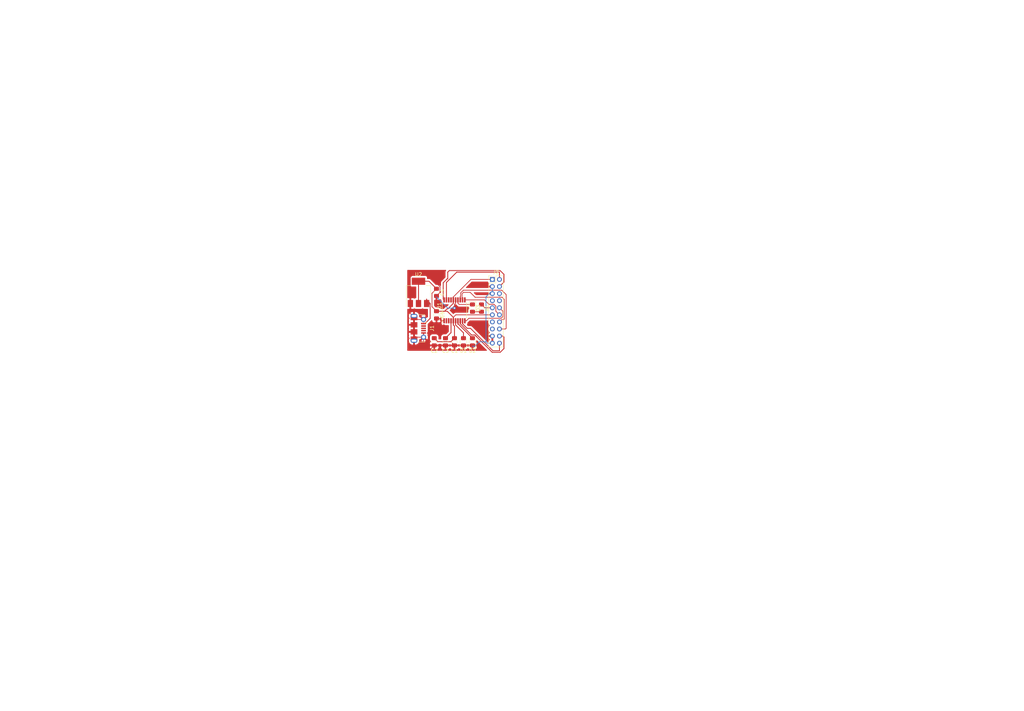
<source format=kicad_pcb>
(kicad_pcb (version 20171130) (host pcbnew "(5.1.4)-1")

  (general
    (thickness 1.6)
    (drawings 9)
    (tracks 178)
    (zones 0)
    (modules 14)
    (nets 29)
  )

  (page A4)
  (layers
    (0 F.Cu signal)
    (31 B.Cu signal)
    (32 B.Adhes user)
    (33 F.Adhes user)
    (34 B.Paste user)
    (35 F.Paste user)
    (36 B.SilkS user)
    (37 F.SilkS user)
    (38 B.Mask user)
    (39 F.Mask user)
    (40 Dwgs.User user)
    (41 Cmts.User user)
    (42 Eco1.User user)
    (43 Eco2.User user)
    (44 Edge.Cuts user)
    (45 Margin user)
    (46 B.CrtYd user)
    (47 F.CrtYd user)
    (48 B.Fab user)
    (49 F.Fab user)
  )

  (setup
    (last_trace_width 0.2)
    (user_trace_width 0.2)
    (trace_clearance 0.2)
    (zone_clearance 0.508)
    (zone_45_only no)
    (trace_min 0.2)
    (via_size 0.8)
    (via_drill 0.4)
    (via_min_size 0.4)
    (via_min_drill 0.3)
    (uvia_size 0.3)
    (uvia_drill 0.1)
    (uvias_allowed no)
    (uvia_min_size 0.2)
    (uvia_min_drill 0.1)
    (edge_width 0.05)
    (segment_width 0.1)
    (pcb_text_width 0.3)
    (pcb_text_size 1.5 1.5)
    (mod_edge_width 0.06)
    (mod_text_size 1 1)
    (mod_text_width 0.15)
    (pad_size 1.524 1.524)
    (pad_drill 0.762)
    (pad_to_mask_clearance 0.051)
    (solder_mask_min_width 0.25)
    (aux_axis_origin 0 0)
    (visible_elements 7FFDFFFF)
    (pcbplotparams
      (layerselection 0x010fc_ffffffff)
      (usegerberextensions false)
      (usegerberattributes false)
      (usegerberadvancedattributes false)
      (creategerberjobfile false)
      (excludeedgelayer true)
      (linewidth 0.100000)
      (plotframeref false)
      (viasonmask false)
      (mode 1)
      (useauxorigin false)
      (hpglpennumber 1)
      (hpglpenspeed 20)
      (hpglpendiameter 15.000000)
      (psnegative false)
      (psa4output false)
      (plotreference true)
      (plotvalue true)
      (plotinvisibletext false)
      (padsonsilk false)
      (subtractmaskfromsilk false)
      (outputformat 1)
      (mirror false)
      (drillshape 1)
      (scaleselection 1)
      (outputdirectory ""))
  )

  (net 0 "")
  (net 1 +3V3)
  (net 2 +5V)
  (net 3 GND)
  (net 4 NRST)
  (net 5 "Net-(D1-Pad2)")
  (net 6 "Net-(D2-Pad2)")
  (net 7 "Net-(D3-Pad1)")
  (net 8 "Net-(D3-Pad2)")
  (net 9 "Net-(J1-Pad2)")
  (net 10 "Net-(J1-Pad4)")
  (net 11 "Net-(J1-Pad3)")
  (net 12 SWDIO)
  (net 13 SWCLK)
  (net 14 "Net-(J2-Pad6)")
  (net 15 "Net-(J2-Pad7)")
  (net 16 "Net-(J2-Pad8)")
  (net 17 SPI1_NSS)
  (net 18 SPI1_SCK)
  (net 19 "Net-(J2-Pad13)")
  (net 20 SPI1_MISO)
  (net 21 "Net-(J2-Pad15)")
  (net 22 SPI1_MOSI)
  (net 23 USART1_TX)
  (net 24 USART1_RX)
  (net 25 "Net-(U1-Pad2)")
  (net 26 "Net-(U1-Pad3)")
  (net 27 "Net-(U1-Pad17)")
  (net 28 "Net-(U1-Pad18)")

  (net_class Default "Esta é a classe de rede padrão."
    (clearance 0.2)
    (trace_width 0.25)
    (via_dia 0.8)
    (via_drill 0.4)
    (uvia_dia 0.3)
    (uvia_drill 0.1)
    (add_net +3V3)
    (add_net +5V)
    (add_net GND)
    (add_net NRST)
    (add_net "Net-(D1-Pad2)")
    (add_net "Net-(D2-Pad2)")
    (add_net "Net-(D3-Pad1)")
    (add_net "Net-(D3-Pad2)")
    (add_net "Net-(J1-Pad2)")
    (add_net "Net-(J1-Pad3)")
    (add_net "Net-(J1-Pad4)")
    (add_net "Net-(J2-Pad13)")
    (add_net "Net-(J2-Pad15)")
    (add_net "Net-(J2-Pad6)")
    (add_net "Net-(J2-Pad7)")
    (add_net "Net-(J2-Pad8)")
    (add_net "Net-(U1-Pad17)")
    (add_net "Net-(U1-Pad18)")
    (add_net "Net-(U1-Pad2)")
    (add_net "Net-(U1-Pad3)")
    (add_net SPI1_MISO)
    (add_net SPI1_MOSI)
    (add_net SPI1_NSS)
    (add_net SPI1_SCK)
    (add_net SWCLK)
    (add_net SWDIO)
    (add_net USART1_RX)
    (add_net USART1_TX)
  )

  (module "" (layer F.Cu) (tedit 0) (tstamp 0)
    (at 146.05 105.41)
    (fp_text reference "" (at 134.62 95.25) (layer F.SilkS)
      (effects (font (size 1.27 1.27) (thickness 0.15)))
    )
    (fp_text value "" (at 134.62 95.25) (layer F.SilkS)
      (effects (font (size 1.27 1.27) (thickness 0.15)))
    )
    (fp_text user LD1117S33TR_SOT223 (at 134.62 92.71) (layer F.Fab)
      (effects (font (size 1 1) (thickness 0.15)))
    )
  )

  (module Capacitor_SMD:C_0805_2012Metric_Pad1.15x1.40mm_HandSolder (layer F.Cu) (tedit 5B36C52B) (tstamp 5DD0A4BB)
    (at 128.27 96.52 270)
    (descr "Capacitor SMD 0805 (2012 Metric), square (rectangular) end terminal, IPC_7351 nominal with elongated pad for handsoldering. (Body size source: https://docs.google.com/spreadsheets/d/1BsfQQcO9C6DZCsRaXUlFlo91Tg2WpOkGARC1WS5S8t0/edit?usp=sharing), generated with kicad-footprint-generator")
    (tags "capacitor handsolder")
    (path /5DD3D70F)
    (attr smd)
    (fp_text reference C1 (at 2.54 0 180) (layer F.SilkS)
      (effects (font (size 1 1) (thickness 0.15)))
    )
    (fp_text value 10nF (at 0 1.65 90) (layer F.Fab)
      (effects (font (size 1 1) (thickness 0.15)))
    )
    (fp_text user %R (at 0 0 90) (layer F.Fab)
      (effects (font (size 0.5 0.5) (thickness 0.08)))
    )
    (fp_line (start 1.85 0.95) (end -1.85 0.95) (layer F.CrtYd) (width 0.05))
    (fp_line (start 1.85 -0.95) (end 1.85 0.95) (layer F.CrtYd) (width 0.05))
    (fp_line (start -1.85 -0.95) (end 1.85 -0.95) (layer F.CrtYd) (width 0.05))
    (fp_line (start -1.85 0.95) (end -1.85 -0.95) (layer F.CrtYd) (width 0.05))
    (fp_line (start -0.261252 0.71) (end 0.261252 0.71) (layer F.SilkS) (width 0.12))
    (fp_line (start -0.261252 -0.71) (end 0.261252 -0.71) (layer F.SilkS) (width 0.12))
    (fp_line (start 1 0.6) (end -1 0.6) (layer F.Fab) (width 0.1))
    (fp_line (start 1 -0.6) (end 1 0.6) (layer F.Fab) (width 0.1))
    (fp_line (start -1 -0.6) (end 1 -0.6) (layer F.Fab) (width 0.1))
    (fp_line (start -1 0.6) (end -1 -0.6) (layer F.Fab) (width 0.1))
    (pad 2 smd roundrect (at 1.025 0 270) (size 1.15 1.4) (layers F.Cu F.Paste F.Mask) (roundrect_rratio 0.217391)
      (net 3 GND))
    (pad 1 smd roundrect (at -1.025 0 270) (size 1.15 1.4) (layers F.Cu F.Paste F.Mask) (roundrect_rratio 0.217391)
      (net 1 +3V3))
    (model ${KISYS3DMOD}/Capacitor_SMD.3dshapes/C_0805_2012Metric.wrl
      (at (xyz 0 0 0))
      (scale (xyz 1 1 1))
      (rotate (xyz 0 0 0))
    )
  )

  (module Capacitor_SMD:C_0805_2012Metric_Pad1.15x1.40mm_HandSolder (layer F.Cu) (tedit 5B36C52B) (tstamp 5DD0A4CC)
    (at 122.555 96.52 270)
    (descr "Capacitor SMD 0805 (2012 Metric), square (rectangular) end terminal, IPC_7351 nominal with elongated pad for handsoldering. (Body size source: https://docs.google.com/spreadsheets/d/1BsfQQcO9C6DZCsRaXUlFlo91Tg2WpOkGARC1WS5S8t0/edit?usp=sharing), generated with kicad-footprint-generator")
    (tags "capacitor handsolder")
    (path /5DD3EBF0)
    (attr smd)
    (fp_text reference C2 (at 2.54 0 180) (layer F.SilkS)
      (effects (font (size 1 1) (thickness 0.15)))
    )
    (fp_text value 1uF (at 0 1.65 90) (layer F.Fab)
      (effects (font (size 1 1) (thickness 0.15)))
    )
    (fp_line (start -1 0.6) (end -1 -0.6) (layer F.Fab) (width 0.1))
    (fp_line (start -1 -0.6) (end 1 -0.6) (layer F.Fab) (width 0.1))
    (fp_line (start 1 -0.6) (end 1 0.6) (layer F.Fab) (width 0.1))
    (fp_line (start 1 0.6) (end -1 0.6) (layer F.Fab) (width 0.1))
    (fp_line (start -0.261252 -0.71) (end 0.261252 -0.71) (layer F.SilkS) (width 0.12))
    (fp_line (start -0.261252 0.71) (end 0.261252 0.71) (layer F.SilkS) (width 0.12))
    (fp_line (start -1.85 0.95) (end -1.85 -0.95) (layer F.CrtYd) (width 0.05))
    (fp_line (start -1.85 -0.95) (end 1.85 -0.95) (layer F.CrtYd) (width 0.05))
    (fp_line (start 1.85 -0.95) (end 1.85 0.95) (layer F.CrtYd) (width 0.05))
    (fp_line (start 1.85 0.95) (end -1.85 0.95) (layer F.CrtYd) (width 0.05))
    (fp_text user %R (at 0 0 90) (layer F.Fab)
      (effects (font (size 0.5 0.5) (thickness 0.08)))
    )
    (pad 1 smd roundrect (at -1.025 0 270) (size 1.15 1.4) (layers F.Cu F.Paste F.Mask) (roundrect_rratio 0.217391)
      (net 1 +3V3))
    (pad 2 smd roundrect (at 1.025 0 270) (size 1.15 1.4) (layers F.Cu F.Paste F.Mask) (roundrect_rratio 0.217391)
      (net 3 GND))
    (model ${KISYS3DMOD}/Capacitor_SMD.3dshapes/C_0805_2012Metric.wrl
      (at (xyz 0 0 0))
      (scale (xyz 1 1 1))
      (rotate (xyz 0 0 0))
    )
  )

  (module Capacitor_SMD:C_0805_2012Metric_Pad1.15x1.40mm_HandSolder (layer F.Cu) (tedit 5B36C52B) (tstamp 5DD0A4DD)
    (at 125.73 96.52 270)
    (descr "Capacitor SMD 0805 (2012 Metric), square (rectangular) end terminal, IPC_7351 nominal with elongated pad for handsoldering. (Body size source: https://docs.google.com/spreadsheets/d/1BsfQQcO9C6DZCsRaXUlFlo91Tg2WpOkGARC1WS5S8t0/edit?usp=sharing), generated with kicad-footprint-generator")
    (tags "capacitor handsolder")
    (path /5DD02489)
    (attr smd)
    (fp_text reference C3 (at 2.54 0 180) (layer F.SilkS)
      (effects (font (size 1 1) (thickness 0.15)))
    )
    (fp_text value 0.1uF (at 0 1.65 90) (layer F.Fab)
      (effects (font (size 1 1) (thickness 0.15)))
    )
    (fp_line (start -1 0.6) (end -1 -0.6) (layer F.Fab) (width 0.1))
    (fp_line (start -1 -0.6) (end 1 -0.6) (layer F.Fab) (width 0.1))
    (fp_line (start 1 -0.6) (end 1 0.6) (layer F.Fab) (width 0.1))
    (fp_line (start 1 0.6) (end -1 0.6) (layer F.Fab) (width 0.1))
    (fp_line (start -0.261252 -0.71) (end 0.261252 -0.71) (layer F.SilkS) (width 0.12))
    (fp_line (start -0.261252 0.71) (end 0.261252 0.71) (layer F.SilkS) (width 0.12))
    (fp_line (start -1.85 0.95) (end -1.85 -0.95) (layer F.CrtYd) (width 0.05))
    (fp_line (start -1.85 -0.95) (end 1.85 -0.95) (layer F.CrtYd) (width 0.05))
    (fp_line (start 1.85 -0.95) (end 1.85 0.95) (layer F.CrtYd) (width 0.05))
    (fp_line (start 1.85 0.95) (end -1.85 0.95) (layer F.CrtYd) (width 0.05))
    (fp_text user %R (at 0 0 90) (layer F.Fab)
      (effects (font (size 0.5 0.5) (thickness 0.08)))
    )
    (pad 1 smd roundrect (at -1.025 0 270) (size 1.15 1.4) (layers F.Cu F.Paste F.Mask) (roundrect_rratio 0.217391)
      (net 4 NRST))
    (pad 2 smd roundrect (at 1.025 0 270) (size 1.15 1.4) (layers F.Cu F.Paste F.Mask) (roundrect_rratio 0.217391)
      (net 3 GND))
    (model ${KISYS3DMOD}/Capacitor_SMD.3dshapes/C_0805_2012Metric.wrl
      (at (xyz 0 0 0))
      (scale (xyz 1 1 1))
      (rotate (xyz 0 0 0))
    )
  )

  (module Capacitor_SMD:C_0805_2012Metric_Pad1.15x1.40mm_HandSolder (layer F.Cu) (tedit 5B36C52B) (tstamp 5DD0A4EE)
    (at 123.19 82.55 270)
    (descr "Capacitor SMD 0805 (2012 Metric), square (rectangular) end terminal, IPC_7351 nominal with elongated pad for handsoldering. (Body size source: https://docs.google.com/spreadsheets/d/1BsfQQcO9C6DZCsRaXUlFlo91Tg2WpOkGARC1WS5S8t0/edit?usp=sharing), generated with kicad-footprint-generator")
    (tags "capacitor handsolder")
    (path /5DD533C1)
    (attr smd)
    (fp_text reference C4 (at 0 -1.65 90) (layer F.SilkS)
      (effects (font (size 1 1) (thickness 0.15)))
    )
    (fp_text value 100nF (at 0 1.65 90) (layer F.Fab)
      (effects (font (size 1 1) (thickness 0.15)))
    )
    (fp_line (start -1 0.6) (end -1 -0.6) (layer F.Fab) (width 0.1))
    (fp_line (start -1 -0.6) (end 1 -0.6) (layer F.Fab) (width 0.1))
    (fp_line (start 1 -0.6) (end 1 0.6) (layer F.Fab) (width 0.1))
    (fp_line (start 1 0.6) (end -1 0.6) (layer F.Fab) (width 0.1))
    (fp_line (start -0.261252 -0.71) (end 0.261252 -0.71) (layer F.SilkS) (width 0.12))
    (fp_line (start -0.261252 0.71) (end 0.261252 0.71) (layer F.SilkS) (width 0.12))
    (fp_line (start -1.85 0.95) (end -1.85 -0.95) (layer F.CrtYd) (width 0.05))
    (fp_line (start -1.85 -0.95) (end 1.85 -0.95) (layer F.CrtYd) (width 0.05))
    (fp_line (start 1.85 -0.95) (end 1.85 0.95) (layer F.CrtYd) (width 0.05))
    (fp_line (start 1.85 0.95) (end -1.85 0.95) (layer F.CrtYd) (width 0.05))
    (fp_text user %R (at 0 0 90) (layer F.Fab)
      (effects (font (size 0.5 0.5) (thickness 0.08)))
    )
    (pad 1 smd roundrect (at -1.025 0 270) (size 1.15 1.4) (layers F.Cu F.Paste F.Mask) (roundrect_rratio 0.217391)
      (net 1 +3V3))
    (pad 2 smd roundrect (at 1.025 0 270) (size 1.15 1.4) (layers F.Cu F.Paste F.Mask) (roundrect_rratio 0.217391)
      (net 3 GND))
    (model ${KISYS3DMOD}/Capacitor_SMD.3dshapes/C_0805_2012Metric.wrl
      (at (xyz 0 0 0))
      (scale (xyz 1 1 1))
      (rotate (xyz 0 0 0))
    )
  )

  (module Capacitor_SMD:C_0805_2012Metric_Pad1.15x1.40mm_HandSolder (layer F.Cu) (tedit 5B36C52B) (tstamp 5DD0A4FF)
    (at 123.19 88.9 270)
    (descr "Capacitor SMD 0805 (2012 Metric), square (rectangular) end terminal, IPC_7351 nominal with elongated pad for handsoldering. (Body size source: https://docs.google.com/spreadsheets/d/1BsfQQcO9C6DZCsRaXUlFlo91Tg2WpOkGARC1WS5S8t0/edit?usp=sharing), generated with kicad-footprint-generator")
    (tags "capacitor handsolder")
    (path /5DD52ACD)
    (attr smd)
    (fp_text reference C5 (at 0 -1.65 90) (layer F.SilkS)
      (effects (font (size 1 1) (thickness 0.15)))
    )
    (fp_text value 4.7uF (at 0 1.65 90) (layer F.Fab)
      (effects (font (size 1 1) (thickness 0.15)))
    )
    (fp_text user %R (at 0 0 90) (layer F.Fab)
      (effects (font (size 0.5 0.5) (thickness 0.08)))
    )
    (fp_line (start 1.85 0.95) (end -1.85 0.95) (layer F.CrtYd) (width 0.05))
    (fp_line (start 1.85 -0.95) (end 1.85 0.95) (layer F.CrtYd) (width 0.05))
    (fp_line (start -1.85 -0.95) (end 1.85 -0.95) (layer F.CrtYd) (width 0.05))
    (fp_line (start -1.85 0.95) (end -1.85 -0.95) (layer F.CrtYd) (width 0.05))
    (fp_line (start -0.261252 0.71) (end 0.261252 0.71) (layer F.SilkS) (width 0.12))
    (fp_line (start -0.261252 -0.71) (end 0.261252 -0.71) (layer F.SilkS) (width 0.12))
    (fp_line (start 1 0.6) (end -1 0.6) (layer F.Fab) (width 0.1))
    (fp_line (start 1 -0.6) (end 1 0.6) (layer F.Fab) (width 0.1))
    (fp_line (start -1 -0.6) (end 1 -0.6) (layer F.Fab) (width 0.1))
    (fp_line (start -1 0.6) (end -1 -0.6) (layer F.Fab) (width 0.1))
    (pad 2 smd roundrect (at 1.025 0 270) (size 1.15 1.4) (layers F.Cu F.Paste F.Mask) (roundrect_rratio 0.217391)
      (net 3 GND))
    (pad 1 smd roundrect (at -1.025 0 270) (size 1.15 1.4) (layers F.Cu F.Paste F.Mask) (roundrect_rratio 0.217391)
      (net 1 +3V3))
    (model ${KISYS3DMOD}/Capacitor_SMD.3dshapes/C_0805_2012Metric.wrl
      (at (xyz 0 0 0))
      (scale (xyz 1 1 1))
      (rotate (xyz 0 0 0))
    )
  )

  (module LED_SMD:LED_0805_2012Metric_Pad1.15x1.40mm_HandSolder (layer F.Cu) (tedit 5B4B45C9) (tstamp 5DD0A512)
    (at 130.81 96.52 90)
    (descr "LED SMD 0805 (2012 Metric), square (rectangular) end terminal, IPC_7351 nominal, (Body size source: https://docs.google.com/spreadsheets/d/1BsfQQcO9C6DZCsRaXUlFlo91Tg2WpOkGARC1WS5S8t0/edit?usp=sharing), generated with kicad-footprint-generator")
    (tags "LED handsolder")
    (path /5DD2F4D0)
    (attr smd)
    (fp_text reference D1 (at -2.54 0 180) (layer F.SilkS)
      (effects (font (size 1 1) (thickness 0.15)))
    )
    (fp_text value LED (at 0 1.65 90) (layer F.Fab)
      (effects (font (size 1 1) (thickness 0.15)))
    )
    (fp_line (start 1 -0.6) (end -0.7 -0.6) (layer F.Fab) (width 0.1))
    (fp_line (start -0.7 -0.6) (end -1 -0.3) (layer F.Fab) (width 0.1))
    (fp_line (start -1 -0.3) (end -1 0.6) (layer F.Fab) (width 0.1))
    (fp_line (start -1 0.6) (end 1 0.6) (layer F.Fab) (width 0.1))
    (fp_line (start 1 0.6) (end 1 -0.6) (layer F.Fab) (width 0.1))
    (fp_line (start 1 -0.96) (end -1.86 -0.96) (layer F.SilkS) (width 0.12))
    (fp_line (start -1.86 -0.96) (end -1.86 0.96) (layer F.SilkS) (width 0.12))
    (fp_line (start -1.86 0.96) (end 1 0.96) (layer F.SilkS) (width 0.12))
    (fp_line (start -1.85 0.95) (end -1.85 -0.95) (layer F.CrtYd) (width 0.05))
    (fp_line (start -1.85 -0.95) (end 1.85 -0.95) (layer F.CrtYd) (width 0.05))
    (fp_line (start 1.85 -0.95) (end 1.85 0.95) (layer F.CrtYd) (width 0.05))
    (fp_line (start 1.85 0.95) (end -1.85 0.95) (layer F.CrtYd) (width 0.05))
    (fp_text user %R (at 0 0 90) (layer F.Fab)
      (effects (font (size 0.5 0.5) (thickness 0.08)))
    )
    (pad 1 smd roundrect (at -1.025 0 90) (size 1.15 1.4) (layers F.Cu F.Paste F.Mask) (roundrect_rratio 0.217391)
      (net 3 GND))
    (pad 2 smd roundrect (at 1.025 0 90) (size 1.15 1.4) (layers F.Cu F.Paste F.Mask) (roundrect_rratio 0.217391)
      (net 5 "Net-(D1-Pad2)"))
    (model ${KISYS3DMOD}/LED_SMD.3dshapes/LED_0805_2012Metric.wrl
      (at (xyz 0 0 0))
      (scale (xyz 1 1 1))
      (rotate (xyz 0 0 0))
    )
  )

  (module LED_SMD:LED_0805_2012Metric_Pad1.15x1.40mm_HandSolder (layer F.Cu) (tedit 5B4B45C9) (tstamp 5DD0A525)
    (at 133.35 96.52 90)
    (descr "LED SMD 0805 (2012 Metric), square (rectangular) end terminal, IPC_7351 nominal, (Body size source: https://docs.google.com/spreadsheets/d/1BsfQQcO9C6DZCsRaXUlFlo91Tg2WpOkGARC1WS5S8t0/edit?usp=sharing), generated with kicad-footprint-generator")
    (tags "LED handsolder")
    (path /5DD31DB6)
    (attr smd)
    (fp_text reference D2 (at -2.54 0 180) (layer F.SilkS)
      (effects (font (size 1 1) (thickness 0.15)))
    )
    (fp_text value LED (at 0 1.65 90) (layer F.Fab)
      (effects (font (size 1 1) (thickness 0.15)))
    )
    (fp_text user %R (at 0 0 270) (layer F.Fab)
      (effects (font (size 0.5 0.5) (thickness 0.08)))
    )
    (fp_line (start 1.85 0.95) (end -1.85 0.95) (layer F.CrtYd) (width 0.05))
    (fp_line (start 1.85 -0.95) (end 1.85 0.95) (layer F.CrtYd) (width 0.05))
    (fp_line (start -1.85 -0.95) (end 1.85 -0.95) (layer F.CrtYd) (width 0.05))
    (fp_line (start -1.85 0.95) (end -1.85 -0.95) (layer F.CrtYd) (width 0.05))
    (fp_line (start -1.86 0.96) (end 1 0.96) (layer F.SilkS) (width 0.12))
    (fp_line (start -1.86 -0.96) (end -1.86 0.96) (layer F.SilkS) (width 0.12))
    (fp_line (start 1 -0.96) (end -1.86 -0.96) (layer F.SilkS) (width 0.12))
    (fp_line (start 1 0.6) (end 1 -0.6) (layer F.Fab) (width 0.1))
    (fp_line (start -1 0.6) (end 1 0.6) (layer F.Fab) (width 0.1))
    (fp_line (start -1 -0.3) (end -1 0.6) (layer F.Fab) (width 0.1))
    (fp_line (start -0.7 -0.6) (end -1 -0.3) (layer F.Fab) (width 0.1))
    (fp_line (start 1 -0.6) (end -0.7 -0.6) (layer F.Fab) (width 0.1))
    (pad 2 smd roundrect (at 1.025 0 90) (size 1.15 1.4) (layers F.Cu F.Paste F.Mask) (roundrect_rratio 0.217391)
      (net 6 "Net-(D2-Pad2)"))
    (pad 1 smd roundrect (at -1.025 0 90) (size 1.15 1.4) (layers F.Cu F.Paste F.Mask) (roundrect_rratio 0.217391)
      (net 3 GND))
    (model ${KISYS3DMOD}/LED_SMD.3dshapes/LED_0805_2012Metric.wrl
      (at (xyz 0 0 0))
      (scale (xyz 1 1 1))
      (rotate (xyz 0 0 0))
    )
  )

  (module LED_SMD:LED_0805_2012Metric_Pad1.15x1.40mm_HandSolder (layer F.Cu) (tedit 5B4B45C9) (tstamp 5DD0A538)
    (at 133.35 86.995 270)
    (descr "LED SMD 0805 (2012 Metric), square (rectangular) end terminal, IPC_7351 nominal, (Body size source: https://docs.google.com/spreadsheets/d/1BsfQQcO9C6DZCsRaXUlFlo91Tg2WpOkGARC1WS5S8t0/edit?usp=sharing), generated with kicad-footprint-generator")
    (tags "LED handsolder")
    (path /5DD57738)
    (attr smd)
    (fp_text reference D3 (at 0 -1.65 90) (layer F.SilkS)
      (effects (font (size 1 1) (thickness 0.15)))
    )
    (fp_text value Status (at 0 1.65 90) (layer F.Fab)
      (effects (font (size 1 1) (thickness 0.15)))
    )
    (fp_line (start 1 -0.6) (end -0.7 -0.6) (layer F.Fab) (width 0.1))
    (fp_line (start -0.7 -0.6) (end -1 -0.3) (layer F.Fab) (width 0.1))
    (fp_line (start -1 -0.3) (end -1 0.6) (layer F.Fab) (width 0.1))
    (fp_line (start -1 0.6) (end 1 0.6) (layer F.Fab) (width 0.1))
    (fp_line (start 1 0.6) (end 1 -0.6) (layer F.Fab) (width 0.1))
    (fp_line (start 1 -0.96) (end -1.86 -0.96) (layer F.SilkS) (width 0.12))
    (fp_line (start -1.86 -0.96) (end -1.86 0.96) (layer F.SilkS) (width 0.12))
    (fp_line (start -1.86 0.96) (end 1 0.96) (layer F.SilkS) (width 0.12))
    (fp_line (start -1.85 0.95) (end -1.85 -0.95) (layer F.CrtYd) (width 0.05))
    (fp_line (start -1.85 -0.95) (end 1.85 -0.95) (layer F.CrtYd) (width 0.05))
    (fp_line (start 1.85 -0.95) (end 1.85 0.95) (layer F.CrtYd) (width 0.05))
    (fp_line (start 1.85 0.95) (end -1.85 0.95) (layer F.CrtYd) (width 0.05))
    (fp_text user %R (at 0 0 90) (layer F.Fab)
      (effects (font (size 0.5 0.5) (thickness 0.08)))
    )
    (pad 1 smd roundrect (at -1.025 0 270) (size 1.15 1.4) (layers F.Cu F.Paste F.Mask) (roundrect_rratio 0.217391)
      (net 7 "Net-(D3-Pad1)"))
    (pad 2 smd roundrect (at 1.025 0 270) (size 1.15 1.4) (layers F.Cu F.Paste F.Mask) (roundrect_rratio 0.217391)
      (net 8 "Net-(D3-Pad2)"))
    (model ${KISYS3DMOD}/LED_SMD.3dshapes/LED_0805_2012Metric.wrl
      (at (xyz 0 0 0))
      (scale (xyz 1 1 1))
      (rotate (xyz 0 0 0))
    )
  )

  (module Connector_USB:USB_Micro-B_Molex-105017-0001 (layer F.Cu) (tedit 5A1DC0BE) (tstamp 5DD0A561)
    (at 118.0775 92.71 270)
    (descr http://www.molex.com/pdm_docs/sd/1050170001_sd.pdf)
    (tags "Micro-USB SMD Typ-B")
    (path /5DD6B628)
    (attr smd)
    (fp_text reference J1 (at 0 -3.8425 90) (layer F.SilkS)
      (effects (font (size 1 1) (thickness 0.15)))
    )
    (fp_text value USB_B_Micro (at 0.3 4.3375 90) (layer F.Fab)
      (effects (font (size 1 1) (thickness 0.15)))
    )
    (fp_text user "PCB Edge" (at 0 2.6875 90) (layer Dwgs.User)
      (effects (font (size 0.5 0.5) (thickness 0.08)))
    )
    (fp_text user %R (at 0 0.8875 90) (layer F.Fab)
      (effects (font (size 1 1) (thickness 0.15)))
    )
    (fp_line (start -4.4 3.64) (end 4.4 3.64) (layer F.CrtYd) (width 0.05))
    (fp_line (start 4.4 -2.46) (end 4.4 3.64) (layer F.CrtYd) (width 0.05))
    (fp_line (start -4.4 -2.46) (end 4.4 -2.46) (layer F.CrtYd) (width 0.05))
    (fp_line (start -4.4 3.64) (end -4.4 -2.46) (layer F.CrtYd) (width 0.05))
    (fp_line (start -3.9 -1.7625) (end -3.45 -1.7625) (layer F.SilkS) (width 0.12))
    (fp_line (start -3.9 0.0875) (end -3.9 -1.7625) (layer F.SilkS) (width 0.12))
    (fp_line (start 3.9 2.6375) (end 3.9 2.3875) (layer F.SilkS) (width 0.12))
    (fp_line (start 3.75 3.3875) (end 3.75 -1.6125) (layer F.Fab) (width 0.1))
    (fp_line (start -3 2.689204) (end 3 2.689204) (layer F.Fab) (width 0.1))
    (fp_line (start -3.75 3.389204) (end 3.75 3.389204) (layer F.Fab) (width 0.1))
    (fp_line (start -3.75 -1.6125) (end 3.75 -1.6125) (layer F.Fab) (width 0.1))
    (fp_line (start -3.75 3.3875) (end -3.75 -1.6125) (layer F.Fab) (width 0.1))
    (fp_line (start -3.9 2.6375) (end -3.9 2.3875) (layer F.SilkS) (width 0.12))
    (fp_line (start 3.9 0.0875) (end 3.9 -1.7625) (layer F.SilkS) (width 0.12))
    (fp_line (start 3.9 -1.7625) (end 3.45 -1.7625) (layer F.SilkS) (width 0.12))
    (fp_line (start -1.7 -2.3125) (end -1.25 -2.3125) (layer F.SilkS) (width 0.12))
    (fp_line (start -1.7 -2.3125) (end -1.7 -1.8625) (layer F.SilkS) (width 0.12))
    (fp_line (start -1.3 -1.7125) (end -1.5 -1.9125) (layer F.Fab) (width 0.1))
    (fp_line (start -1.1 -1.9125) (end -1.3 -1.7125) (layer F.Fab) (width 0.1))
    (fp_line (start -1.5 -2.1225) (end -1.1 -2.1225) (layer F.Fab) (width 0.1))
    (fp_line (start -1.5 -2.1225) (end -1.5 -1.9125) (layer F.Fab) (width 0.1))
    (fp_line (start -1.1 -2.1225) (end -1.1 -1.9125) (layer F.Fab) (width 0.1))
    (pad 6 smd rect (at 1 1.2375 270) (size 1.5 1.9) (layers F.Cu F.Paste F.Mask)
      (net 3 GND))
    (pad 6 thru_hole circle (at -2.5 -1.4625 270) (size 1.45 1.45) (drill 0.85) (layers *.Cu *.Mask)
      (net 3 GND))
    (pad 2 smd rect (at -0.65 -1.4625 270) (size 0.4 1.35) (layers F.Cu F.Paste F.Mask)
      (net 9 "Net-(J1-Pad2)"))
    (pad 1 smd rect (at -1.3 -1.4625 270) (size 0.4 1.35) (layers F.Cu F.Paste F.Mask)
      (net 2 +5V))
    (pad 5 smd rect (at 1.3 -1.4625 270) (size 0.4 1.35) (layers F.Cu F.Paste F.Mask)
      (net 3 GND))
    (pad 4 smd rect (at 0.65 -1.4625 270) (size 0.4 1.35) (layers F.Cu F.Paste F.Mask)
      (net 10 "Net-(J1-Pad4)"))
    (pad 3 smd rect (at 0 -1.4625 270) (size 0.4 1.35) (layers F.Cu F.Paste F.Mask)
      (net 11 "Net-(J1-Pad3)"))
    (pad 6 thru_hole circle (at 2.5 -1.4625 270) (size 1.45 1.45) (drill 0.85) (layers *.Cu *.Mask)
      (net 3 GND))
    (pad 6 smd rect (at -1 1.2375 270) (size 1.5 1.9) (layers F.Cu F.Paste F.Mask)
      (net 3 GND))
    (pad 6 thru_hole oval (at -3.5 1.2375 90) (size 1.2 1.9) (drill oval 0.6 1.3) (layers *.Cu *.Mask)
      (net 3 GND))
    (pad 6 thru_hole oval (at 3.5 1.2375 270) (size 1.2 1.9) (drill oval 0.6 1.3) (layers *.Cu *.Mask)
      (net 3 GND))
    (pad 6 smd rect (at 2.9 1.2375 270) (size 1.2 1.9) (layers F.Cu F.Mask)
      (net 3 GND))
    (pad 6 smd rect (at -2.9 1.2375 270) (size 1.2 1.9) (layers F.Cu F.Mask)
      (net 3 GND))
    (model ${KISYS3DMOD}/Connector_USB.3dshapes/USB_Micro-B_Molex-105017-0001.wrl
      (at (xyz 0 0 0))
      (scale (xyz 1 1 1))
      (rotate (xyz 0 0 0))
    )
  )

  (module Connector_PinHeader_2.00mm:PinHeader_2x10_P2.00mm_Vertical (layer F.Cu) (tedit 59FED667) (tstamp 5DD0A58B)
    (at 138.97 78.9)
    (descr "Through hole straight pin header, 2x10, 2.00mm pitch, double rows")
    (tags "Through hole pin header THT 2x10 2.00mm double row")
    (path /5DD059D9)
    (fp_text reference J2 (at 1 -2.06) (layer F.SilkS)
      (effects (font (size 1 1) (thickness 0.15)))
    )
    (fp_text value Conn_02x10_Odd_Even (at 1 20.06) (layer F.Fab)
      (effects (font (size 1 1) (thickness 0.15)))
    )
    (fp_line (start 0 -1) (end 3 -1) (layer F.Fab) (width 0.1))
    (fp_line (start 3 -1) (end 3 19) (layer F.Fab) (width 0.1))
    (fp_line (start 3 19) (end -1 19) (layer F.Fab) (width 0.1))
    (fp_line (start -1 19) (end -1 0) (layer F.Fab) (width 0.1))
    (fp_line (start -1 0) (end 0 -1) (layer F.Fab) (width 0.1))
    (fp_line (start -1.06 19.06) (end 3.06 19.06) (layer F.SilkS) (width 0.12))
    (fp_line (start -1.06 1) (end -1.06 19.06) (layer F.SilkS) (width 0.12))
    (fp_line (start 3.06 -1.06) (end 3.06 19.06) (layer F.SilkS) (width 0.12))
    (fp_line (start -1.06 1) (end 1 1) (layer F.SilkS) (width 0.12))
    (fp_line (start 1 1) (end 1 -1.06) (layer F.SilkS) (width 0.12))
    (fp_line (start 1 -1.06) (end 3.06 -1.06) (layer F.SilkS) (width 0.12))
    (fp_line (start -1.06 0) (end -1.06 -1.06) (layer F.SilkS) (width 0.12))
    (fp_line (start -1.06 -1.06) (end 0 -1.06) (layer F.SilkS) (width 0.12))
    (fp_line (start -1.5 -1.5) (end -1.5 19.5) (layer F.CrtYd) (width 0.05))
    (fp_line (start -1.5 19.5) (end 3.5 19.5) (layer F.CrtYd) (width 0.05))
    (fp_line (start 3.5 19.5) (end 3.5 -1.5) (layer F.CrtYd) (width 0.05))
    (fp_line (start 3.5 -1.5) (end -1.5 -1.5) (layer F.CrtYd) (width 0.05))
    (fp_text user %R (at 1 9 90) (layer F.Fab)
      (effects (font (size 1 1) (thickness 0.15)))
    )
    (pad 1 thru_hole rect (at 0 0) (size 1.35 1.35) (drill 0.8) (layers *.Cu *.Mask)
      (net 1 +3V3))
    (pad 2 thru_hole oval (at 2 0) (size 1.35 1.35) (drill 0.8) (layers *.Cu *.Mask)
      (net 12 SWDIO))
    (pad 3 thru_hole oval (at 0 2) (size 1.35 1.35) (drill 0.8) (layers *.Cu *.Mask)
      (net 3 GND))
    (pad 4 thru_hole oval (at 2 2) (size 1.35 1.35) (drill 0.8) (layers *.Cu *.Mask)
      (net 13 SWCLK))
    (pad 5 thru_hole oval (at 0 4) (size 1.35 1.35) (drill 0.8) (layers *.Cu *.Mask)
      (net 3 GND))
    (pad 6 thru_hole oval (at 2 4) (size 1.35 1.35) (drill 0.8) (layers *.Cu *.Mask)
      (net 14 "Net-(J2-Pad6)"))
    (pad 7 thru_hole oval (at 0 6) (size 1.35 1.35) (drill 0.8) (layers *.Cu *.Mask)
      (net 15 "Net-(J2-Pad7)"))
    (pad 8 thru_hole oval (at 2 6) (size 1.35 1.35) (drill 0.8) (layers *.Cu *.Mask)
      (net 16 "Net-(J2-Pad8)"))
    (pad 9 thru_hole oval (at 0 8) (size 1.35 1.35) (drill 0.8) (layers *.Cu *.Mask)
      (net 1 +3V3))
    (pad 10 thru_hole oval (at 2 8) (size 1.35 1.35) (drill 0.8) (layers *.Cu *.Mask)
      (net 17 SPI1_NSS))
    (pad 11 thru_hole oval (at 0 10) (size 1.35 1.35) (drill 0.8) (layers *.Cu *.Mask)
      (net 1 +3V3))
    (pad 12 thru_hole oval (at 2 10) (size 1.35 1.35) (drill 0.8) (layers *.Cu *.Mask)
      (net 18 SPI1_SCK))
    (pad 13 thru_hole oval (at 0 12) (size 1.35 1.35) (drill 0.8) (layers *.Cu *.Mask)
      (net 19 "Net-(J2-Pad13)"))
    (pad 14 thru_hole oval (at 2 12) (size 1.35 1.35) (drill 0.8) (layers *.Cu *.Mask)
      (net 20 SPI1_MISO))
    (pad 15 thru_hole oval (at 0 14) (size 1.35 1.35) (drill 0.8) (layers *.Cu *.Mask)
      (net 21 "Net-(J2-Pad15)"))
    (pad 16 thru_hole oval (at 2 14) (size 1.35 1.35) (drill 0.8) (layers *.Cu *.Mask)
      (net 22 SPI1_MOSI))
    (pad 17 thru_hole oval (at 0 16) (size 1.35 1.35) (drill 0.8) (layers *.Cu *.Mask)
      (net 3 GND))
    (pad 18 thru_hole oval (at 2 16) (size 1.35 1.35) (drill 0.8) (layers *.Cu *.Mask)
      (net 23 USART1_TX))
    (pad 19 thru_hole oval (at 0 18) (size 1.35 1.35) (drill 0.8) (layers *.Cu *.Mask)
      (net 3 GND))
    (pad 20 thru_hole oval (at 2 18) (size 1.35 1.35) (drill 0.8) (layers *.Cu *.Mask)
      (net 24 USART1_RX))
    (model ${KISYS3DMOD}/Connector_PinHeader_2.00mm.3dshapes/PinHeader_2x10_P2.00mm_Vertical.wrl
      (at (xyz 0 0 0))
      (scale (xyz 1 1 1))
      (rotate (xyz 0 0 0))
    )
  )

  (module Resistor_SMD:R_0805_2012Metric_Pad1.15x1.40mm_HandSolder (layer F.Cu) (tedit 5B36C52B) (tstamp 5DD0A59C)
    (at 135.89 86.995 270)
    (descr "Resistor SMD 0805 (2012 Metric), square (rectangular) end terminal, IPC_7351 nominal with elongated pad for handsoldering. (Body size source: https://docs.google.com/spreadsheets/d/1BsfQQcO9C6DZCsRaXUlFlo91Tg2WpOkGARC1WS5S8t0/edit?usp=sharing), generated with kicad-footprint-generator")
    (tags "resistor handsolder")
    (path /5DD59055)
    (attr smd)
    (fp_text reference R1 (at 0 -1.65 90) (layer F.SilkS)
      (effects (font (size 1 1) (thickness 0.15)))
    )
    (fp_text value 39 (at 0 1.65 90) (layer F.Fab)
      (effects (font (size 1 1) (thickness 0.15)))
    )
    (fp_line (start -1 0.6) (end -1 -0.6) (layer F.Fab) (width 0.1))
    (fp_line (start -1 -0.6) (end 1 -0.6) (layer F.Fab) (width 0.1))
    (fp_line (start 1 -0.6) (end 1 0.6) (layer F.Fab) (width 0.1))
    (fp_line (start 1 0.6) (end -1 0.6) (layer F.Fab) (width 0.1))
    (fp_line (start -0.261252 -0.71) (end 0.261252 -0.71) (layer F.SilkS) (width 0.12))
    (fp_line (start -0.261252 0.71) (end 0.261252 0.71) (layer F.SilkS) (width 0.12))
    (fp_line (start -1.85 0.95) (end -1.85 -0.95) (layer F.CrtYd) (width 0.05))
    (fp_line (start -1.85 -0.95) (end 1.85 -0.95) (layer F.CrtYd) (width 0.05))
    (fp_line (start 1.85 -0.95) (end 1.85 0.95) (layer F.CrtYd) (width 0.05))
    (fp_line (start 1.85 0.95) (end -1.85 0.95) (layer F.CrtYd) (width 0.05))
    (fp_text user %R (at 0 0 90) (layer F.Fab)
      (effects (font (size 0.5 0.5) (thickness 0.08)))
    )
    (pad 1 smd roundrect (at -1.025 0 270) (size 1.15 1.4) (layers F.Cu F.Paste F.Mask) (roundrect_rratio 0.217391)
      (net 1 +3V3))
    (pad 2 smd roundrect (at 1.025 0 270) (size 1.15 1.4) (layers F.Cu F.Paste F.Mask) (roundrect_rratio 0.217391)
      (net 8 "Net-(D3-Pad2)"))
    (model ${KISYS3DMOD}/Resistor_SMD.3dshapes/R_0805_2012Metric.wrl
      (at (xyz 0 0 0))
      (scale (xyz 1 1 1))
      (rotate (xyz 0 0 0))
    )
  )

  (module Package_SO:TSSOP-20_4.4x6.5mm_P0.65mm (layer F.Cu) (tedit 5A02F25C) (tstamp 5DD0A5C0)
    (at 128.27 87.63 90)
    (descr "20-Lead Plastic Thin Shrink Small Outline (ST)-4.4 mm Body [TSSOP] (see Microchip Packaging Specification 00000049BS.pdf)")
    (tags "SSOP 0.65")
    (path /5DD00778)
    (attr smd)
    (fp_text reference U1 (at 1.27 -4.3 90) (layer F.SilkS)
      (effects (font (size 1 1) (thickness 0.15)))
    )
    (fp_text value STM32F030 (at 0 4.3 90) (layer F.Fab)
      (effects (font (size 1 1) (thickness 0.15)))
    )
    (fp_line (start -1.2 -3.25) (end 2.2 -3.25) (layer F.Fab) (width 0.15))
    (fp_line (start 2.2 -3.25) (end 2.2 3.25) (layer F.Fab) (width 0.15))
    (fp_line (start 2.2 3.25) (end -2.2 3.25) (layer F.Fab) (width 0.15))
    (fp_line (start -2.2 3.25) (end -2.2 -2.25) (layer F.Fab) (width 0.15))
    (fp_line (start -2.2 -2.25) (end -1.2 -3.25) (layer F.Fab) (width 0.15))
    (fp_line (start -3.95 -3.55) (end -3.95 3.55) (layer F.CrtYd) (width 0.05))
    (fp_line (start 3.95 -3.55) (end 3.95 3.55) (layer F.CrtYd) (width 0.05))
    (fp_line (start -3.95 -3.55) (end 3.95 -3.55) (layer F.CrtYd) (width 0.05))
    (fp_line (start -3.95 3.55) (end 3.95 3.55) (layer F.CrtYd) (width 0.05))
    (fp_line (start -2.225 3.45) (end 2.225 3.45) (layer F.SilkS) (width 0.15))
    (fp_line (start -3.75 -3.45) (end 2.225 -3.45) (layer F.SilkS) (width 0.15))
    (fp_text user %R (at 0 0 90) (layer F.Fab)
      (effects (font (size 0.8 0.8) (thickness 0.15)))
    )
    (pad 1 smd rect (at -2.95 -2.925 90) (size 1.45 0.45) (layers F.Cu F.Paste F.Mask)
      (net 3 GND))
    (pad 2 smd rect (at -2.95 -2.275 90) (size 1.45 0.45) (layers F.Cu F.Paste F.Mask)
      (net 25 "Net-(U1-Pad2)"))
    (pad 3 smd rect (at -2.95 -1.625 90) (size 1.45 0.45) (layers F.Cu F.Paste F.Mask)
      (net 26 "Net-(U1-Pad3)"))
    (pad 4 smd rect (at -2.95 -0.975 90) (size 1.45 0.45) (layers F.Cu F.Paste F.Mask)
      (net 4 NRST))
    (pad 5 smd rect (at -2.95 -0.325 90) (size 1.45 0.45) (layers F.Cu F.Paste F.Mask)
      (net 1 +3V3))
    (pad 6 smd rect (at -2.95 0.325 90) (size 1.45 0.45) (layers F.Cu F.Paste F.Mask)
      (net 5 "Net-(D1-Pad2)"))
    (pad 7 smd rect (at -2.95 0.975 90) (size 1.45 0.45) (layers F.Cu F.Paste F.Mask)
      (net 6 "Net-(D2-Pad2)"))
    (pad 8 smd rect (at -2.95 1.625 90) (size 1.45 0.45) (layers F.Cu F.Paste F.Mask)
      (net 23 USART1_TX))
    (pad 9 smd rect (at -2.95 2.275 90) (size 1.45 0.45) (layers F.Cu F.Paste F.Mask)
      (net 24 USART1_RX))
    (pad 10 smd rect (at -2.95 2.925 90) (size 1.45 0.45) (layers F.Cu F.Paste F.Mask)
      (net 17 SPI1_NSS))
    (pad 11 smd rect (at 2.95 2.925 90) (size 1.45 0.45) (layers F.Cu F.Paste F.Mask)
      (net 18 SPI1_SCK))
    (pad 12 smd rect (at 2.95 2.275 90) (size 1.45 0.45) (layers F.Cu F.Paste F.Mask)
      (net 20 SPI1_MISO))
    (pad 13 smd rect (at 2.95 1.625 90) (size 1.45 0.45) (layers F.Cu F.Paste F.Mask)
      (net 22 SPI1_MOSI))
    (pad 14 smd rect (at 2.95 0.975 90) (size 1.45 0.45) (layers F.Cu F.Paste F.Mask)
      (net 7 "Net-(D3-Pad1)"))
    (pad 15 smd rect (at 2.95 0.325 90) (size 1.45 0.45) (layers F.Cu F.Paste F.Mask)
      (net 3 GND))
    (pad 16 smd rect (at 2.95 -0.325 90) (size 1.45 0.45) (layers F.Cu F.Paste F.Mask)
      (net 1 +3V3))
    (pad 17 smd rect (at 2.95 -0.975 90) (size 1.45 0.45) (layers F.Cu F.Paste F.Mask)
      (net 27 "Net-(U1-Pad17)"))
    (pad 18 smd rect (at 2.95 -1.625 90) (size 1.45 0.45) (layers F.Cu F.Paste F.Mask)
      (net 28 "Net-(U1-Pad18)"))
    (pad 19 smd rect (at 2.95 -2.275 90) (size 1.45 0.45) (layers F.Cu F.Paste F.Mask)
      (net 12 SWDIO))
    (pad 20 smd rect (at 2.95 -2.925 90) (size 1.45 0.45) (layers F.Cu F.Paste F.Mask)
      (net 13 SWCLK))
    (model ${KISYS3DMOD}/Package_SO.3dshapes/TSSOP-20_4.4x6.5mm_P0.65mm.wrl
      (at (xyz 0 0 0))
      (scale (xyz 1 1 1))
      (rotate (xyz 0 0 0))
    )
  )

  (module Package_TO_SOT_SMD:SOT-223-3_TabPin2 (layer F.Cu) (tedit 5A02FF57) (tstamp 5DD0A5D6)
    (at 118.11 82.55 90)
    (descr "module CMS SOT223 4 pins")
    (tags "CMS SOT")
    (path /5DD6F06C)
    (attr smd)
    (fp_text reference U2 (at 5.08 0 180) (layer F.SilkS)
      (effects (font (size 1 1) (thickness 0.15)))
    )
    (fp_text value LD1117S33TR_SOT223 (at 0 4.5 90) (layer F.Fab)
      (effects (font (size 1 1) (thickness 0.15)))
    )
    (fp_text user %R (at 0 0) (layer F.Fab)
      (effects (font (size 0.8 0.8) (thickness 0.12)))
    )
    (fp_line (start 1.91 3.41) (end 1.91 2.15) (layer F.SilkS) (width 0.12))
    (fp_line (start 1.91 -3.41) (end 1.91 -2.15) (layer F.SilkS) (width 0.12))
    (fp_line (start 4.4 -3.6) (end -4.4 -3.6) (layer F.CrtYd) (width 0.05))
    (fp_line (start 4.4 3.6) (end 4.4 -3.6) (layer F.CrtYd) (width 0.05))
    (fp_line (start -4.4 3.6) (end 4.4 3.6) (layer F.CrtYd) (width 0.05))
    (fp_line (start -4.4 -3.6) (end -4.4 3.6) (layer F.CrtYd) (width 0.05))
    (fp_line (start -1.85 -2.35) (end -0.85 -3.35) (layer F.Fab) (width 0.1))
    (fp_line (start -1.85 -2.35) (end -1.85 3.35) (layer F.Fab) (width 0.1))
    (fp_line (start -1.85 3.41) (end 1.91 3.41) (layer F.SilkS) (width 0.12))
    (fp_line (start -0.85 -3.35) (end 1.85 -3.35) (layer F.Fab) (width 0.1))
    (fp_line (start -4.1 -3.41) (end 1.91 -3.41) (layer F.SilkS) (width 0.12))
    (fp_line (start -1.85 3.35) (end 1.85 3.35) (layer F.Fab) (width 0.1))
    (fp_line (start 1.85 -3.35) (end 1.85 3.35) (layer F.Fab) (width 0.1))
    (pad 2 smd rect (at 3.15 0 90) (size 2 3.8) (layers F.Cu F.Paste F.Mask)
      (net 1 +3V3))
    (pad 2 smd rect (at -3.15 0 90) (size 2 1.5) (layers F.Cu F.Paste F.Mask)
      (net 1 +3V3))
    (pad 3 smd rect (at -3.15 2.3 90) (size 2 1.5) (layers F.Cu F.Paste F.Mask)
      (net 2 +5V))
    (pad 1 smd rect (at -3.15 -2.3 90) (size 2 1.5) (layers F.Cu F.Paste F.Mask)
      (net 3 GND))
    (model ${KISYS3DMOD}/Package_TO_SOT_SMD.3dshapes/SOT-223.wrl
      (at (xyz 0 0 0))
      (scale (xyz 1 1 1))
      (rotate (xyz 0 0 0))
    )
  )

  (gr_line (start 143.51 76.2) (end 143.51 99.06) (layer Cmts.User) (width 0.15))
  (gr_arc (start 115.57 99.06) (end 114.3 99.06) (angle -90) (layer Cmts.User) (width 0.15))
  (gr_arc (start 142.24 99.06) (end 142.24 100.33) (angle -90) (layer Cmts.User) (width 0.15))
  (gr_arc (start 142.24 76.2) (end 143.51 76.2) (angle -90) (layer Cmts.User) (width 0.15))
  (gr_arc (start 115.57 76.2) (end 115.57 74.93) (angle -90) (layer Cmts.User) (width 0.15))
  (gr_line (start 115.57 74.93) (end 142.24 74.93) (layer Cmts.User) (width 0.15) (tstamp 5DD0B470))
  (gr_line (start 114.3 99.06) (end 114.3 76.2) (layer Cmts.User) (width 0.15) (tstamp 5DD0B46D))
  (gr_line (start 142.24 100.33) (end 115.57 100.33) (layer Cmts.User) (width 0.15))
  (gr_line (start 0 0) (end 0 0) (layer Cmts.User) (width 0.15))

  (segment (start 121.065 79.4) (end 123.19 81.525) (width 0.25) (layer F.Cu) (net 1))
  (segment (start 118.11 79.4) (end 121.065 79.4) (width 0.25) (layer F.Cu) (net 1))
  (segment (start 118.11 85.7) (end 118.11 79.4) (width 0.25) (layer F.Cu) (net 1))
  (segment (start 127.646628 96.921628) (end 128.27 97.545) (width 0.25) (layer F.Cu) (net 3))
  (segment (start 127.646628 96.118372) (end 128.27 95.495) (width 0.25) (layer F.Cu) (net 1))
  (segment (start 127.293381 96.471619) (end 127.646628 96.118372) (width 0.25) (layer F.Cu) (net 1))
  (segment (start 123.531619 96.471619) (end 127.293381 96.471619) (width 0.25) (layer F.Cu) (net 1))
  (segment (start 122.555 95.495) (end 123.531619 96.471619) (width 0.25) (layer F.Cu) (net 1))
  (segment (start 127.945 91.555) (end 127.945 90.58) (width 0.25) (layer F.Cu) (net 1))
  (segment (start 127.945 91.75141) (end 127.945 91.555) (width 0.25) (layer F.Cu) (net 1))
  (segment (start 128.27 92.07641) (end 127.945 91.75141) (width 0.25) (layer F.Cu) (net 1))
  (segment (start 128.27 95.495) (end 128.27 92.07641) (width 0.25) (layer F.Cu) (net 1))
  (segment (start 118.11 85.7) (end 118.11 85.95) (width 0.25) (layer F.Cu) (net 1))
  (segment (start 127.945 89.605) (end 127.945 90.58) (width 0.25) (layer F.Cu) (net 1))
  (segment (start 126.215 87.875) (end 127.945 89.605) (width 0.25) (layer F.Cu) (net 1))
  (segment (start 127.945 85.655) (end 126.365 87.235) (width 0.25) (layer F.Cu) (net 1))
  (segment (start 127.945 84.68) (end 127.945 85.655) (width 0.25) (layer F.Cu) (net 1))
  (segment (start 126.125 87.235) (end 125.485 87.875) (width 0.25) (layer F.Cu) (net 1))
  (segment (start 126.365 87.235) (end 126.125 87.235) (width 0.25) (layer F.Cu) (net 1))
  (segment (start 123.19 87.875) (end 125.485 87.875) (width 0.25) (layer F.Cu) (net 1))
  (segment (start 125.485 87.875) (end 126.215 87.875) (width 0.25) (layer F.Cu) (net 1))
  (segment (start 128.65 88.9) (end 127.945 89.605) (width 0.2) (layer F.Cu) (net 1))
  (segment (start 138.97 88.9) (end 128.65 88.9) (width 0.2) (layer F.Cu) (net 1))
  (segment (start 136.82 86.9) (end 135.89 85.97) (width 0.2) (layer F.Cu) (net 1))
  (segment (start 138.97 86.9) (end 136.82 86.9) (width 0.2) (layer F.Cu) (net 1))
  (segment (start 132.884998 78.9) (end 127.820001 83.964997) (width 0.2) (layer F.Cu) (net 1))
  (segment (start 138.97 78.9) (end 132.884998 78.9) (width 0.2) (layer F.Cu) (net 1))
  (segment (start 127.820001 84.555001) (end 127.945 84.68) (width 0.2) (layer F.Cu) (net 1))
  (segment (start 127.820001 83.964997) (end 127.820001 84.555001) (width 0.2) (layer F.Cu) (net 1))
  (segment (start 122.566628 87.251628) (end 123.19 87.875) (width 0.2) (layer F.Cu) (net 1))
  (segment (start 121.92 86.605) (end 122.566628 87.251628) (width 0.2) (layer F.Cu) (net 1))
  (segment (start 121.92 82.795) (end 121.92 86.605) (width 0.2) (layer F.Cu) (net 1))
  (segment (start 123.19 81.525) (end 121.92 82.795) (width 0.2) (layer F.Cu) (net 1))
  (segment (start 120.41 84.68) (end 120.41 84.43) (width 0.25) (layer F.Cu) (net 2))
  (segment (start 121.41 85.68) (end 120.41 84.68) (width 0.25) (layer F.Cu) (net 2))
  (segment (start 118.915001 91.260001) (end 120.044001 91.260001) (width 0.25) (layer F.Cu) (net 2))
  (segment (start 120.044001 91.260001) (end 121.41 89.894002) (width 0.25) (layer F.Cu) (net 2))
  (segment (start 119.065 91.41) (end 118.915001 91.260001) (width 0.25) (layer F.Cu) (net 2))
  (segment (start 119.54 91.41) (end 119.065 91.41) (width 0.25) (layer F.Cu) (net 2))
  (segment (start 120.56 85.85) (end 120.41 85.7) (width 0.25) (layer F.Cu) (net 2))
  (segment (start 121.41 85.85) (end 120.56 85.85) (width 0.25) (layer F.Cu) (net 2))
  (segment (start 121.41 85.85) (end 121.41 85.68) (width 0.25) (layer F.Cu) (net 2))
  (segment (start 121.41 89.894002) (end 121.41 85.85) (width 0.25) (layer F.Cu) (net 2))
  (segment (start 119.14 89.81) (end 119.54 90.21) (width 0.25) (layer F.Cu) (net 3))
  (segment (start 125.73 97.545) (end 128.27 97.545) (width 0.25) (layer F.Cu) (net 3))
  (segment (start 123.19 89.925) (end 124.215 89.925) (width 0.25) (layer F.Cu) (net 3))
  (segment (start 124.87 90.58) (end 125.345 90.58) (width 0.25) (layer F.Cu) (net 3))
  (segment (start 124.459998 90.58) (end 124.87 90.58) (width 0.25) (layer F.Cu) (net 3))
  (segment (start 124.215 90.335002) (end 124.459998 90.58) (width 0.25) (layer F.Cu) (net 3))
  (segment (start 124.215 89.925) (end 124.215 90.335002) (width 0.25) (layer F.Cu) (net 3))
  (segment (start 119.54 95.21) (end 119.54 94.01) (width 0.25) (layer F.Cu) (net 3))
  (segment (start 128.27 97.545) (end 133.35 97.545) (width 0.25) (layer F.Cu) (net 3))
  (segment (start 122.555 97.545) (end 125.73 97.545) (width 0.25) (layer F.Cu) (net 3))
  (segment (start 121.675 98.425) (end 122.555 97.545) (width 0.2) (layer F.Cu) (net 3))
  (segment (start 120.65 98.425) (end 121.675 98.425) (width 0.2) (layer F.Cu) (net 3))
  (segment (start 123.813372 82.951628) (end 123.19 83.575) (width 0.2) (layer F.Cu) (net 3))
  (segment (start 124.19001 82.57499) (end 123.813372 82.951628) (width 0.2) (layer F.Cu) (net 3))
  (segment (start 124.19001 80.972176) (end 124.19001 82.57499) (width 0.2) (layer F.Cu) (net 3))
  (segment (start 120.922824 77.70499) (end 124.19001 80.972176) (width 0.2) (layer F.Cu) (net 3))
  (segment (start 116.365008 77.70499) (end 120.922824 77.70499) (width 0.2) (layer F.Cu) (net 3))
  (segment (start 115.81 78.259998) (end 116.365008 77.70499) (width 0.2) (layer F.Cu) (net 3))
  (segment (start 115.81 85.7) (end 115.81 78.259998) (width 0.2) (layer F.Cu) (net 3))
  (segment (start 116.49 89.21) (end 116.84 89.21) (width 0.2) (layer F.Cu) (net 3))
  (segment (start 115.69 88.41) (end 116.49 89.21) (width 0.2) (layer F.Cu) (net 3))
  (segment (start 115.69 88.3) (end 115.69 88.41) (width 0.2) (layer F.Cu) (net 3))
  (segment (start 115.81 88.18) (end 115.69 88.3) (width 0.2) (layer F.Cu) (net 3))
  (segment (start 115.81 85.7) (end 115.81 88.18) (width 0.2) (layer F.Cu) (net 3))
  (segment (start 119.54 97.315) (end 120.65 98.425) (width 0.2) (layer F.Cu) (net 3))
  (segment (start 119.54 95.21) (end 119.54 97.315) (width 0.2) (layer F.Cu) (net 3))
  (segment (start 116.84 94.66) (end 116.84 93.71) (width 0.2) (layer F.Cu) (net 3))
  (segment (start 117.39 95.21) (end 116.84 94.66) (width 0.2) (layer F.Cu) (net 3))
  (segment (start 119.54 95.21) (end 117.39 95.21) (width 0.2) (layer F.Cu) (net 3))
  (segment (start 116.84 94.66) (end 116.84 89.21) (width 0.2) (layer F.Cu) (net 3))
  (segment (start 116.84 90.01) (end 116.84 89.21) (width 0.2) (layer F.Cu) (net 3))
  (segment (start 117.04 90.21) (end 116.84 90.01) (width 0.2) (layer F.Cu) (net 3))
  (segment (start 119.54 90.21) (end 117.04 90.21) (width 0.2) (layer F.Cu) (net 3))
  (segment (start 138.97 95.854594) (end 138.97 96.9) (width 0.2) (layer F.Cu) (net 3))
  (segment (start 138.97 94.9) (end 138.97 95.854594) (width 0.2) (layer F.Cu) (net 3))
  (segment (start 133.985 97.79) (end 133.35 97.79) (width 0.2) (layer B.Cu) (net 3))
  (segment (start 138.97 81.945406) (end 138.97 80.9) (width 0.2) (layer B.Cu) (net 3))
  (segment (start 138.97 82.9) (end 138.97 81.945406) (width 0.2) (layer B.Cu) (net 3))
  (segment (start 137.54 96.9) (end 138.97 96.9) (width 0.2) (layer B.Cu) (net 3))
  (segment (start 139.065 82.805) (end 139.065 82.55) (width 0.2) (layer B.Cu) (net 3))
  (segment (start 139.065 82.55) (end 138.43 82.55) (width 0.2) (layer B.Cu) (net 3))
  (segment (start 138.43 82.55) (end 137.16 83.82) (width 0.2) (layer B.Cu) (net 3))
  (segment (start 138.97 82.9) (end 139.065 82.805) (width 0.2) (layer B.Cu) (net 3))
  (segment (start 137.16 83.82) (end 137.16 96.52) (width 0.2) (layer B.Cu) (net 3))
  (segment (start 137.16 96.52) (end 137.54 96.9) (width 0.2) (layer B.Cu) (net 3))
  (segment (start 137.16 96.52) (end 136.525 96.52) (width 0.2) (layer B.Cu) (net 3))
  (segment (start 136.525 96.52) (end 135.255 96.52) (width 0.2) (layer B.Cu) (net 3))
  (segment (start 135.255 96.52) (end 133.985 97.79) (width 0.2) (layer B.Cu) (net 3))
  (segment (start 128.595 85.605) (end 128.27 85.93) (width 0.2) (layer F.Cu) (net 3))
  (segment (start 128.595 84.68) (end 128.595 85.605) (width 0.2) (layer F.Cu) (net 3))
  (segment (start 128.27 85.93) (end 128.27 86.995) (width 0.2) (layer F.Cu) (net 3))
  (segment (start 128.27 86.995) (end 128.27 86.995) (width 0.2) (layer F.Cu) (net 3) (tstamp 5DD08F0A))
  (via (at 128.27 86.995) (size 0.8) (drill 0.4) (layers F.Cu B.Cu) (net 3))
  (segment (start 128.27 86.995) (end 126.365 86.995) (width 0.2) (layer B.Cu) (net 3))
  (segment (start 126.365 86.995) (end 123.19 83.82) (width 0.2) (layer B.Cu) (net 3))
  (segment (start 125.73 95.495) (end 127.295 93.93) (width 0.25) (layer F.Cu) (net 4))
  (segment (start 127.295 93.93) (end 127.295 90.58) (width 0.25) (layer F.Cu) (net 4))
  (segment (start 128.595 91.765) (end 128.595 90.58) (width 0.25) (layer F.Cu) (net 5))
  (segment (start 130.81 93.98) (end 128.595 91.765) (width 0.25) (layer F.Cu) (net 5))
  (segment (start 130.81 95.495) (end 130.81 93.98) (width 0.25) (layer F.Cu) (net 5))
  (segment (start 129.245 90.58) (end 129.245 91.555) (width 0.25) (layer F.Cu) (net 6))
  (segment (start 129.41 91.555) (end 129.245 91.555) (width 0.25) (layer F.Cu) (net 6))
  (segment (start 133.35 95.495) (end 129.41 91.555) (width 0.25) (layer F.Cu) (net 6))
  (segment (start 129.245 85.605) (end 129.245 84.68) (width 0.2) (layer F.Cu) (net 7))
  (segment (start 129.61 85.97) (end 129.245 85.605) (width 0.2) (layer F.Cu) (net 7))
  (segment (start 133.35 85.97) (end 129.61 85.97) (width 0.2) (layer F.Cu) (net 7))
  (segment (start 135.89 88.02) (end 133.35 88.02) (width 0.2) (layer F.Cu) (net 8))
  (segment (start 140.97 76.835) (end 140.97 78.9) (width 0.25) (layer F.Cu) (net 12))
  (segment (start 128.905 76.835) (end 140.97 76.835) (width 0.25) (layer F.Cu) (net 12))
  (segment (start 125.995 84.68) (end 125.995 79.745) (width 0.25) (layer F.Cu) (net 12))
  (segment (start 125.995 79.745) (end 128.905 76.835) (width 0.25) (layer F.Cu) (net 12))
  (segment (start 140.97 80.9) (end 142.24 79.63) (width 0.25) (layer F.Cu) (net 13))
  (segment (start 141.1564 76.38499) (end 126.81501 76.38499) (width 0.25) (layer F.Cu) (net 13))
  (segment (start 142.24 79.63) (end 142.24 77.46859) (width 0.25) (layer F.Cu) (net 13))
  (segment (start 142.24 77.46859) (end 141.1564 76.38499) (width 0.25) (layer F.Cu) (net 13))
  (segment (start 126.365 76.835) (end 126.365 78.73859) (width 0.25) (layer F.Cu) (net 13))
  (segment (start 126.81501 76.38499) (end 126.365 76.835) (width 0.25) (layer F.Cu) (net 13))
  (segment (start 125.095 84.43) (end 125.345 84.68) (width 0.25) (layer F.Cu) (net 13))
  (segment (start 125.095 79.83819) (end 125.095 84.43) (width 0.25) (layer F.Cu) (net 13))
  (segment (start 126.365 78.73859) (end 126.1946 78.73859) (width 0.25) (layer F.Cu) (net 13))
  (segment (start 126.1946 78.73859) (end 125.095 79.83819) (width 0.25) (layer F.Cu) (net 13))
  (segment (start 131.62 90.58) (end 131.195 90.58) (width 0.2) (layer F.Cu) (net 17))
  (segment (start 132.324999 89.875001) (end 131.62 90.58) (width 0.2) (layer F.Cu) (net 17))
  (segment (start 141.438001 89.875001) (end 132.324999 89.875001) (width 0.2) (layer F.Cu) (net 17))
  (segment (start 141.945001 89.368001) (end 141.438001 89.875001) (width 0.2) (layer F.Cu) (net 17))
  (segment (start 141.945001 87.875001) (end 141.945001 89.368001) (width 0.2) (layer F.Cu) (net 17))
  (segment (start 140.97 86.9) (end 141.945001 87.875001) (width 0.2) (layer F.Cu) (net 17))
  (segment (start 139.945001 87.875001) (end 139.945001 86.431999) (width 0.2) (layer F.Cu) (net 18))
  (segment (start 140.97 88.9) (end 139.945001 87.875001) (width 0.2) (layer F.Cu) (net 18))
  (segment (start 139.438001 85.924999) (end 137.994999 85.924999) (width 0.2) (layer F.Cu) (net 18))
  (segment (start 139.945001 86.431999) (end 139.438001 85.924999) (width 0.2) (layer F.Cu) (net 18))
  (segment (start 136.75 84.68) (end 131.195 84.68) (width 0.2) (layer F.Cu) (net 18))
  (segment (start 137.994999 85.924999) (end 136.75 84.68) (width 0.2) (layer F.Cu) (net 18))
  (segment (start 130.420001 84.555001) (end 130.545 84.68) (width 0.2) (layer F.Cu) (net 20))
  (segment (start 130.420001 84.209999) (end 130.420001 84.555001) (width 0.2) (layer F.Cu) (net 20))
  (segment (start 130.420009 84.209991) (end 130.420001 84.209999) (width 0.2) (layer F.Cu) (net 20))
  (segment (start 132.715 82.55) (end 130.81 82.55) (width 0.2) (layer F.Cu) (net 20))
  (segment (start 134.089999 83.924999) (end 132.715 82.55) (width 0.2) (layer F.Cu) (net 20))
  (segment (start 140.975003 83.924999) (end 134.089999 83.924999) (width 0.2) (layer F.Cu) (net 20))
  (segment (start 141.074999 83.924999) (end 141.025001 83.875001) (width 0.2) (layer F.Cu) (net 20))
  (segment (start 141.025001 83.875001) (end 140.975003 83.924999) (width 0.2) (layer F.Cu) (net 20))
  (segment (start 141.644999 90.225001) (end 142.184999 90.225001) (width 0.2) (layer F.Cu) (net 20))
  (segment (start 142.184999 90.225001) (end 142.345011 90.064989) (width 0.2) (layer F.Cu) (net 20))
  (segment (start 130.420009 82.939991) (end 130.420009 84.209991) (width 0.2) (layer F.Cu) (net 20))
  (segment (start 142.345011 90.064989) (end 142.345011 84.560011) (width 0.2) (layer F.Cu) (net 20))
  (segment (start 142.345011 84.560011) (end 141.709999 83.924999) (width 0.2) (layer F.Cu) (net 20))
  (segment (start 130.81 82.55) (end 130.420009 82.939991) (width 0.2) (layer F.Cu) (net 20))
  (segment (start 140.97 90.9) (end 141.644999 90.225001) (width 0.2) (layer F.Cu) (net 20))
  (segment (start 141.709999 83.924999) (end 141.074999 83.924999) (width 0.2) (layer F.Cu) (net 20))
  (segment (start 129.895 83.755) (end 129.895 84.68) (width 0.2) (layer F.Cu) (net 22))
  (segment (start 129.995001 83.654999) (end 129.895 83.755) (width 0.2) (layer F.Cu) (net 22))
  (segment (start 130.019999 83.630001) (end 129.895 83.755) (width 0.2) (layer F.Cu) (net 22))
  (segment (start 140.97 92.9) (end 142.685 92.9) (width 0.2) (layer F.Cu) (net 22))
  (segment (start 142.685 92.9) (end 142.875 92.71) (width 0.2) (layer F.Cu) (net 22))
  (segment (start 142.875 92.71) (end 142.875 83.185) (width 0.2) (layer F.Cu) (net 22))
  (segment (start 142.875 83.185) (end 141.614999 81.924999) (width 0.2) (layer F.Cu) (net 22))
  (segment (start 130.019999 82.705001) (end 130.019999 83.630001) (width 0.2) (layer F.Cu) (net 22))
  (segment (start 141.614999 81.924999) (end 130.800001 81.924999) (width 0.2) (layer F.Cu) (net 22))
  (segment (start 130.800001 81.924999) (end 130.019999 82.705001) (width 0.2) (layer F.Cu) (net 22))
  (segment (start 129.895 91.40359) (end 129.895 90.58) (width 0.25) (layer F.Cu) (net 23))
  (segment (start 133.0864 94.59499) (end 129.895 91.40359) (width 0.25) (layer F.Cu) (net 23))
  (segment (start 134.03818 94.59499) (end 133.0864 94.59499) (width 0.25) (layer F.Cu) (net 23))
  (segment (start 134.62 95.17681) (end 134.03818 94.59499) (width 0.25) (layer F.Cu) (net 23))
  (segment (start 138.953199 99.510009) (end 134.03818 94.59499) (width 0.25) (layer F.Cu) (net 23))
  (segment (start 140.97 94.9) (end 141.955 94.9) (width 0.25) (layer F.Cu) (net 23))
  (segment (start 141.955 94.9) (end 142.24 95.185) (width 0.25) (layer F.Cu) (net 23))
  (segment (start 142.24 95.185) (end 142.24 98.42641) (width 0.25) (layer F.Cu) (net 23))
  (segment (start 142.24 98.42641) (end 141.156401 99.510009) (width 0.25) (layer F.Cu) (net 23))
  (segment (start 141.156401 99.510009) (end 138.953199 99.510009) (width 0.25) (layer F.Cu) (net 23))
  (segment (start 140.97 96.9) (end 140.97 99.06) (width 0.25) (layer F.Cu) (net 24))
  (segment (start 132.7896 92.71) (end 131.83782 92.71) (width 0.25) (layer F.Cu) (net 24))
  (segment (start 140.97 99.06) (end 139.1396 99.06) (width 0.25) (layer F.Cu) (net 24))
  (segment (start 139.1396 99.06) (end 132.7896 92.71) (width 0.25) (layer F.Cu) (net 24))
  (segment (start 130.545 91.41718) (end 130.545 90.58) (width 0.25) (layer F.Cu) (net 24))
  (segment (start 131.83782 92.71) (end 130.545 91.41718) (width 0.25) (layer F.Cu) (net 24))

  (zone (net 3) (net_name GND) (layer F.Cu) (tstamp 5DD08C7D) (hatch edge 0.508)
    (connect_pads (clearance 0.508))
    (min_thickness 0.254)
    (fill yes (arc_segments 32) (thermal_gap 0.508) (thermal_bridge_width 0.508))
    (polygon
      (pts
        (xy 114.935 99.06) (xy 114.935 76.2) (xy 142.875 76.2) (xy 142.875 99.06)
      )
    )
    (filled_polygon
      (pts
        (xy 125.769871 76.362174) (xy 125.730026 76.410724) (xy 125.664147 76.533975) (xy 125.659454 76.542754) (xy 125.615997 76.686015)
        (xy 125.605 76.797668) (xy 125.605 76.797678) (xy 125.601324 76.835) (xy 125.605 76.872323) (xy 125.605001 78.253387)
        (xy 124.584002 79.274386) (xy 124.554999 79.298189) (xy 124.502084 79.362667) (xy 124.460026 79.413914) (xy 124.4128 79.502267)
        (xy 124.389454 79.545944) (xy 124.345997 79.689205) (xy 124.335 79.800858) (xy 124.335 79.800868) (xy 124.331324 79.83819)
        (xy 124.335 79.875513) (xy 124.335 80.653724) (xy 124.267962 80.572038) (xy 124.133387 80.461595) (xy 123.979851 80.379528)
        (xy 123.813255 80.328992) (xy 123.640001 80.311928) (xy 123.05173 80.311928) (xy 121.628804 78.889003) (xy 121.605001 78.859999)
        (xy 121.489276 78.765026) (xy 121.357247 78.694454) (xy 121.213986 78.650997) (xy 121.102333 78.64) (xy 121.102322 78.64)
        (xy 121.065 78.636324) (xy 121.027678 78.64) (xy 120.648072 78.64) (xy 120.648072 78.4) (xy 120.635812 78.275518)
        (xy 120.599502 78.15582) (xy 120.540537 78.045506) (xy 120.461185 77.948815) (xy 120.364494 77.869463) (xy 120.25418 77.810498)
        (xy 120.134482 77.774188) (xy 120.01 77.761928) (xy 116.21 77.761928) (xy 116.085518 77.774188) (xy 115.96582 77.810498)
        (xy 115.855506 77.869463) (xy 115.758815 77.948815) (xy 115.679463 78.045506) (xy 115.620498 78.15582) (xy 115.584188 78.275518)
        (xy 115.571928 78.4) (xy 115.571928 80.4) (xy 115.584188 80.524482) (xy 115.620498 80.64418) (xy 115.679463 80.754494)
        (xy 115.758815 80.851185) (xy 115.855506 80.930537) (xy 115.96582 80.989502) (xy 116.085518 81.025812) (xy 116.21 81.038072)
        (xy 117.350001 81.038072) (xy 117.35 84.062913) (xy 117.235518 84.074188) (xy 117.11582 84.110498) (xy 117.005506 84.169463)
        (xy 116.96 84.206809) (xy 116.914494 84.169463) (xy 116.80418 84.110498) (xy 116.684482 84.074188) (xy 116.56 84.061928)
        (xy 116.09575 84.065) (xy 115.937 84.22375) (xy 115.937 85.573) (xy 115.957 85.573) (xy 115.957 85.827)
        (xy 115.937 85.827) (xy 115.937 87.17625) (xy 116.09575 87.335) (xy 116.56 87.338072) (xy 116.684482 87.325812)
        (xy 116.80418 87.289502) (xy 116.914494 87.230537) (xy 116.96 87.193191) (xy 117.005506 87.230537) (xy 117.11582 87.289502)
        (xy 117.235518 87.325812) (xy 117.36 87.338072) (xy 118.86 87.338072) (xy 118.984482 87.325812) (xy 119.10418 87.289502)
        (xy 119.214494 87.230537) (xy 119.26 87.193191) (xy 119.305506 87.230537) (xy 119.41582 87.289502) (xy 119.535518 87.325812)
        (xy 119.66 87.338072) (xy 120.650001 87.338072) (xy 120.65 89.495657) (xy 120.479133 89.450472) (xy 119.719605 90.21)
        (xy 119.733748 90.224143) (xy 119.554143 90.403748) (xy 119.54 90.389605) (xy 119.525858 90.403748) (xy 119.346253 90.224143)
        (xy 119.360395 90.21) (xy 118.600867 89.450472) (xy 118.425267 89.496909) (xy 118.427476 89.270867) (xy 118.780472 89.270867)
        (xy 119.54 90.030395) (xy 120.299528 89.270867) (xy 120.237035 89.03455) (xy 119.994322 88.92115) (xy 119.734151 88.857281)
        (xy 119.466518 88.845396) (xy 119.201709 88.885952) (xy 118.9499 88.977391) (xy 118.842965 89.03455) (xy 118.780472 89.270867)
        (xy 118.427476 89.270867) (xy 118.428072 89.21) (xy 118.425 89.178808) (xy 118.425 89.082998) (xy 118.415048 89.082998)
        (xy 118.379502 88.96582) (xy 118.359679 88.928735) (xy 118.383462 88.892391) (xy 118.379591 88.854718) (xy 118.287421 88.629467)
        (xy 118.153078 88.426526) (xy 117.981725 88.253693) (xy 117.779946 88.11761) (xy 117.555496 88.023507) (xy 117.317 87.975)
        (xy 116.967 87.975) (xy 116.967 91.583) (xy 116.987 91.583) (xy 116.987 91.837) (xy 116.967 91.837)
        (xy 116.967 93.583) (xy 116.987 93.583) (xy 116.987 93.837) (xy 116.967 93.837) (xy 116.967 97.445)
        (xy 117.317 97.445) (xy 117.555496 97.396493) (xy 117.779946 97.30239) (xy 117.981725 97.166307) (xy 118.153078 96.993474)
        (xy 118.287421 96.790533) (xy 118.379591 96.565282) (xy 118.383462 96.527609) (xy 118.359679 96.491265) (xy 118.379502 96.45418)
        (xy 118.415048 96.337002) (xy 118.425 96.337002) (xy 118.425 96.241192) (xy 118.428072 96.21) (xy 118.427477 96.149133)
        (xy 118.780472 96.149133) (xy 118.842965 96.38545) (xy 119.085678 96.49885) (xy 119.345849 96.562719) (xy 119.613482 96.574604)
        (xy 119.878291 96.534048) (xy 120.1301 96.442609) (xy 120.237035 96.38545) (xy 120.299528 96.149133) (xy 119.54 95.389605)
        (xy 118.780472 96.149133) (xy 118.427477 96.149133) (xy 118.425267 95.923091) (xy 118.600867 95.969528) (xy 119.360395 95.21)
        (xy 119.346253 95.195858) (xy 119.525858 95.016253) (xy 119.54 95.030395) (xy 119.554143 95.016253) (xy 119.733748 95.195858)
        (xy 119.719605 95.21) (xy 120.479133 95.969528) (xy 120.71545 95.907035) (xy 120.82885 95.664322) (xy 120.892719 95.404151)
        (xy 120.904604 95.136518) (xy 120.864048 94.871709) (xy 120.772609 94.6199) (xy 120.743725 94.565864) (xy 120.800521 94.463576)
        (xy 120.838741 94.344474) (xy 120.85 94.24175) (xy 120.69125 94.083) (xy 120.578678 94.083) (xy 120.666185 94.011185)
        (xy 120.745537 93.914494) (xy 120.782032 93.846218) (xy 120.85 93.77825) (xy 120.840012 93.68712) (xy 120.840812 93.684482)
        (xy 120.853072 93.56) (xy 120.853072 93.16) (xy 120.840812 93.035518) (xy 120.840655 93.035) (xy 120.840812 93.034482)
        (xy 120.853072 92.91) (xy 120.853072 92.51) (xy 120.840812 92.385518) (xy 120.840655 92.385) (xy 120.840812 92.384482)
        (xy 120.853072 92.26) (xy 120.853072 91.86) (xy 120.840812 91.735518) (xy 120.840655 91.735) (xy 120.840812 91.734482)
        (xy 120.853072 91.61) (xy 120.853072 91.525731) (xy 121.854338 90.524466) (xy 121.864188 90.624482) (xy 121.900498 90.74418)
        (xy 121.959463 90.854494) (xy 122.038815 90.951185) (xy 122.135506 91.030537) (xy 122.24582 91.089502) (xy 122.365518 91.125812)
        (xy 122.49 91.138072) (xy 122.90425 91.135) (xy 123.063 90.97625) (xy 123.063 90.052) (xy 123.043 90.052)
        (xy 123.043 89.798) (xy 123.063 89.798) (xy 123.063 89.778) (xy 123.317 89.778) (xy 123.317 89.798)
        (xy 123.337 89.798) (xy 123.337 90.052) (xy 123.317 90.052) (xy 123.317 90.97625) (xy 123.47575 91.135)
        (xy 123.89 91.138072) (xy 124.014482 91.125812) (xy 124.13418 91.089502) (xy 124.244494 91.030537) (xy 124.341185 90.951185)
        (xy 124.420537 90.854494) (xy 124.479502 90.74418) (xy 124.49078 90.707002) (xy 124.643748 90.707002) (xy 124.485 90.86575)
        (xy 124.482002 91.295285) (xy 124.492366 91.419939) (xy 124.526849 91.540175) (xy 124.584126 91.651375) (xy 124.661997 91.749263)
        (xy 124.757469 91.830078) (xy 124.866873 91.890715) (xy 124.986004 91.928844) (xy 125.08825 91.94) (xy 125.247 91.78125)
        (xy 125.247 91.668678) (xy 125.318815 91.756185) (xy 125.415506 91.835537) (xy 125.52582 91.894502) (xy 125.569503 91.907753)
        (xy 125.60175 91.94) (xy 125.666773 91.932905) (xy 125.77 91.943072) (xy 126.22 91.943072) (xy 126.32 91.933223)
        (xy 126.42 91.943072) (xy 126.535001 91.943072) (xy 126.535 93.615198) (xy 125.868271 94.281928) (xy 125.279999 94.281928)
        (xy 125.106745 94.298992) (xy 124.940149 94.349528) (xy 124.786613 94.431595) (xy 124.652038 94.542038) (xy 124.541595 94.676613)
        (xy 124.459528 94.830149) (xy 124.408992 94.996745) (xy 124.391928 95.169999) (xy 124.391928 95.711619) (xy 123.893072 95.711619)
        (xy 123.893072 95.169999) (xy 123.876008 94.996745) (xy 123.825472 94.830149) (xy 123.743405 94.676613) (xy 123.632962 94.542038)
        (xy 123.498387 94.431595) (xy 123.344851 94.349528) (xy 123.178255 94.298992) (xy 123.005001 94.281928) (xy 122.104999 94.281928)
        (xy 121.931745 94.298992) (xy 121.765149 94.349528) (xy 121.611613 94.431595) (xy 121.477038 94.542038) (xy 121.366595 94.676613)
        (xy 121.284528 94.830149) (xy 121.233992 94.996745) (xy 121.216928 95.169999) (xy 121.216928 95.820001) (xy 121.233992 95.993255)
        (xy 121.284528 96.159851) (xy 121.366595 96.313387) (xy 121.477038 96.447962) (xy 121.483594 96.453342) (xy 121.403815 96.518815)
        (xy 121.324463 96.615506) (xy 121.265498 96.72582) (xy 121.229188 96.845518) (xy 121.216928 96.97) (xy 121.22 97.25925)
        (xy 121.37875 97.418) (xy 122.428 97.418) (xy 122.428 97.398) (xy 122.682 97.398) (xy 122.682 97.418)
        (xy 123.73125 97.418) (xy 123.89 97.25925) (xy 123.890293 97.231619) (xy 124.394707 97.231619) (xy 124.395 97.25925)
        (xy 124.55375 97.418) (xy 125.603 97.418) (xy 125.603 97.398) (xy 125.857 97.398) (xy 125.857 97.418)
        (xy 126.90625 97.418) (xy 127 97.32425) (xy 127.09375 97.418) (xy 128.143 97.418) (xy 128.143 97.398)
        (xy 128.397 97.398) (xy 128.397 97.418) (xy 129.44625 97.418) (xy 129.54 97.32425) (xy 129.63375 97.418)
        (xy 130.683 97.418) (xy 130.683 97.398) (xy 130.937 97.398) (xy 130.937 97.418) (xy 131.98625 97.418)
        (xy 132.08 97.32425) (xy 132.17375 97.418) (xy 133.223 97.418) (xy 133.223 97.398) (xy 133.477 97.398)
        (xy 133.477 97.418) (xy 134.52625 97.418) (xy 134.685 97.25925) (xy 134.688072 96.97) (xy 134.675812 96.845518)
        (xy 134.639502 96.72582) (xy 134.580537 96.615506) (xy 134.501185 96.518815) (xy 134.421406 96.453342) (xy 134.427962 96.447962)
        (xy 134.538405 96.313387) (xy 134.588345 96.219956) (xy 137.301388 98.933) (xy 115.062 98.933) (xy 115.062 98.12)
        (xy 121.216928 98.12) (xy 121.229188 98.244482) (xy 121.265498 98.36418) (xy 121.324463 98.474494) (xy 121.403815 98.571185)
        (xy 121.500506 98.650537) (xy 121.61082 98.709502) (xy 121.730518 98.745812) (xy 121.855 98.758072) (xy 122.26925 98.755)
        (xy 122.428 98.59625) (xy 122.428 97.672) (xy 122.682 97.672) (xy 122.682 98.59625) (xy 122.84075 98.755)
        (xy 123.255 98.758072) (xy 123.379482 98.745812) (xy 123.49918 98.709502) (xy 123.609494 98.650537) (xy 123.706185 98.571185)
        (xy 123.785537 98.474494) (xy 123.844502 98.36418) (xy 123.880812 98.244482) (xy 123.893072 98.12) (xy 124.391928 98.12)
        (xy 124.404188 98.244482) (xy 124.440498 98.36418) (xy 124.499463 98.474494) (xy 124.578815 98.571185) (xy 124.675506 98.650537)
        (xy 124.78582 98.709502) (xy 124.905518 98.745812) (xy 125.03 98.758072) (xy 125.44425 98.755) (xy 125.603 98.59625)
        (xy 125.603 97.672) (xy 125.857 97.672) (xy 125.857 98.59625) (xy 126.01575 98.755) (xy 126.43 98.758072)
        (xy 126.554482 98.745812) (xy 126.67418 98.709502) (xy 126.784494 98.650537) (xy 126.881185 98.571185) (xy 126.960537 98.474494)
        (xy 127 98.400665) (xy 127.039463 98.474494) (xy 127.118815 98.571185) (xy 127.215506 98.650537) (xy 127.32582 98.709502)
        (xy 127.445518 98.745812) (xy 127.57 98.758072) (xy 127.98425 98.755) (xy 128.143 98.59625) (xy 128.143 97.672)
        (xy 128.397 97.672) (xy 128.397 98.59625) (xy 128.55575 98.755) (xy 128.97 98.758072) (xy 129.094482 98.745812)
        (xy 129.21418 98.709502) (xy 129.324494 98.650537) (xy 129.421185 98.571185) (xy 129.500537 98.474494) (xy 129.54 98.400665)
        (xy 129.579463 98.474494) (xy 129.658815 98.571185) (xy 129.755506 98.650537) (xy 129.86582 98.709502) (xy 129.985518 98.745812)
        (xy 130.11 98.758072) (xy 130.52425 98.755) (xy 130.683 98.59625) (xy 130.683 97.672) (xy 130.937 97.672)
        (xy 130.937 98.59625) (xy 131.09575 98.755) (xy 131.51 98.758072) (xy 131.634482 98.745812) (xy 131.75418 98.709502)
        (xy 131.864494 98.650537) (xy 131.961185 98.571185) (xy 132.040537 98.474494) (xy 132.08 98.400665) (xy 132.119463 98.474494)
        (xy 132.198815 98.571185) (xy 132.295506 98.650537) (xy 132.40582 98.709502) (xy 132.525518 98.745812) (xy 132.65 98.758072)
        (xy 133.06425 98.755) (xy 133.223 98.59625) (xy 133.223 97.672) (xy 133.477 97.672) (xy 133.477 98.59625)
        (xy 133.63575 98.755) (xy 134.05 98.758072) (xy 134.174482 98.745812) (xy 134.29418 98.709502) (xy 134.404494 98.650537)
        (xy 134.501185 98.571185) (xy 134.580537 98.474494) (xy 134.639502 98.36418) (xy 134.675812 98.244482) (xy 134.688072 98.12)
        (xy 134.685 97.83075) (xy 134.52625 97.672) (xy 133.477 97.672) (xy 133.223 97.672) (xy 132.17375 97.672)
        (xy 132.08 97.76575) (xy 131.98625 97.672) (xy 130.937 97.672) (xy 130.683 97.672) (xy 129.63375 97.672)
        (xy 129.54 97.76575) (xy 129.44625 97.672) (xy 128.397 97.672) (xy 128.143 97.672) (xy 127.09375 97.672)
        (xy 127 97.76575) (xy 126.90625 97.672) (xy 125.857 97.672) (xy 125.603 97.672) (xy 124.55375 97.672)
        (xy 124.395 97.83075) (xy 124.391928 98.12) (xy 123.893072 98.12) (xy 123.89 97.83075) (xy 123.73125 97.672)
        (xy 122.682 97.672) (xy 122.428 97.672) (xy 121.37875 97.672) (xy 121.22 97.83075) (xy 121.216928 98.12)
        (xy 115.062 98.12) (xy 115.062 94.46) (xy 115.251928 94.46) (xy 115.264188 94.584482) (xy 115.300498 94.70418)
        (xy 115.316972 94.735) (xy 115.300498 94.76582) (xy 115.264188 94.885518) (xy 115.251928 95.01) (xy 115.255 95.32425)
        (xy 115.41375 95.483) (xy 115.489537 95.483) (xy 115.392579 95.629467) (xy 115.30344 95.84731) (xy 115.255 95.89575)
        (xy 115.251928 96.21) (xy 115.255 96.241192) (xy 115.255 96.337002) (xy 115.264952 96.337002) (xy 115.300498 96.45418)
        (xy 115.320321 96.491265) (xy 115.296538 96.527609) (xy 115.300409 96.565282) (xy 115.392579 96.790533) (xy 115.526922 96.993474)
        (xy 115.698275 97.166307) (xy 115.900054 97.30239) (xy 116.124504 97.396493) (xy 116.363 97.445) (xy 116.713 97.445)
        (xy 116.713 93.837) (xy 115.41375 93.837) (xy 115.255 93.99575) (xy 115.251928 94.46) (xy 115.062 94.46)
        (xy 115.062 92.46) (xy 115.251928 92.46) (xy 115.264188 92.584482) (xy 115.300498 92.70418) (xy 115.303609 92.71)
        (xy 115.300498 92.71582) (xy 115.264188 92.835518) (xy 115.251928 92.96) (xy 115.255 93.42425) (xy 115.41375 93.583)
        (xy 116.713 93.583) (xy 116.713 91.837) (xy 115.41375 91.837) (xy 115.255 91.99575) (xy 115.251928 92.46)
        (xy 115.062 92.46) (xy 115.062 89.21) (xy 115.251928 89.21) (xy 115.255 89.52425) (xy 115.30344 89.57269)
        (xy 115.392579 89.790533) (xy 115.489537 89.937) (xy 115.41375 89.937) (xy 115.255 90.09575) (xy 115.251928 90.41)
        (xy 115.264188 90.534482) (xy 115.300498 90.65418) (xy 115.316972 90.685) (xy 115.300498 90.71582) (xy 115.264188 90.835518)
        (xy 115.251928 90.96) (xy 115.255 91.42425) (xy 115.41375 91.583) (xy 116.713 91.583) (xy 116.713 87.975)
        (xy 116.363 87.975) (xy 116.124504 88.023507) (xy 115.900054 88.11761) (xy 115.698275 88.253693) (xy 115.526922 88.426526)
        (xy 115.392579 88.629467) (xy 115.300409 88.854718) (xy 115.296538 88.892391) (xy 115.320321 88.928735) (xy 115.300498 88.96582)
        (xy 115.264952 89.082998) (xy 115.255 89.082998) (xy 115.255 89.178808) (xy 115.251928 89.21) (xy 115.062 89.21)
        (xy 115.062 87.338059) (xy 115.52425 87.335) (xy 115.683 87.17625) (xy 115.683 85.827) (xy 115.663 85.827)
        (xy 115.663 85.573) (xy 115.683 85.573) (xy 115.683 84.22375) (xy 115.52425 84.065) (xy 115.062 84.061941)
        (xy 115.062 76.327) (xy 125.798737 76.327)
      )
    )
    (filled_polygon
      (pts
        (xy 137.678955 90.643195) (xy 137.653662 90.9) (xy 137.678955 91.156805) (xy 137.753862 91.403741) (xy 137.875505 91.631318)
        (xy 138.039208 91.830792) (xy 138.123539 91.9) (xy 138.039208 91.969208) (xy 137.875505 92.168682) (xy 137.753862 92.396259)
        (xy 137.678955 92.643195) (xy 137.653662 92.9) (xy 137.678955 93.156805) (xy 137.753862 93.403741) (xy 137.875505 93.631318)
        (xy 138.039208 93.830792) (xy 138.127648 93.903372) (xy 137.991697 94.028773) (xy 137.840527 94.236371) (xy 137.732762 94.469472)
        (xy 137.70209 94.5706) (xy 137.825776 94.773) (xy 138.843 94.773) (xy 138.843 94.753) (xy 139.097 94.753)
        (xy 139.097 94.773) (xy 139.117 94.773) (xy 139.117 95.027) (xy 139.097 95.027) (xy 139.097 96.773)
        (xy 139.117 96.773) (xy 139.117 97.027) (xy 139.097 97.027) (xy 139.097 97.047) (xy 138.843 97.047)
        (xy 138.843 97.027) (xy 138.823 97.027) (xy 138.823 96.773) (xy 138.843 96.773) (xy 138.843 95.027)
        (xy 137.825776 95.027) (xy 137.70209 95.2294) (xy 137.732762 95.330528) (xy 137.840527 95.563629) (xy 137.991697 95.771227)
        (xy 138.131304 95.9) (xy 137.991697 96.028773) (xy 137.840527 96.236371) (xy 137.732762 96.469472) (xy 137.707422 96.55302)
        (xy 133.353404 92.199003) (xy 133.329601 92.169999) (xy 133.213876 92.075026) (xy 133.081847 92.004454) (xy 132.938586 91.960997)
        (xy 132.826933 91.95) (xy 132.826922 91.95) (xy 132.7896 91.946324) (xy 132.752278 91.95) (xy 132.152622 91.95)
        (xy 131.910681 91.708059) (xy 131.950537 91.659494) (xy 132.009502 91.54918) (xy 132.045812 91.429482) (xy 132.058072 91.305)
        (xy 132.058072 91.171311) (xy 132.142238 91.102238) (xy 132.165258 91.074188) (xy 132.629446 90.610001) (xy 137.689024 90.610001)
      )
    )
    (filled_polygon
      (pts
        (xy 124.643748 90.452998) (xy 124.527573 90.452998) (xy 124.526326 90.335576)
      )
    )
    (filled_polygon
      (pts
        (xy 124.484132 90.169882) (xy 124.366252 90.052002) (xy 124.483309 90.052002)
      )
    )
    (filled_polygon
      (pts
        (xy 124.492366 89.740061) (xy 124.487549 89.797998) (xy 124.366252 89.797998) (xy 124.519781 89.644469)
      )
    )
    (filled_polygon
      (pts
        (xy 128.722762 86.127237) (xy 128.750808 86.150254) (xy 129.064741 86.464187) (xy 129.087762 86.492238) (xy 129.19968 86.584087)
        (xy 129.327367 86.652337) (xy 129.465915 86.694365) (xy 129.61 86.708556) (xy 129.646105 86.705) (xy 132.117024 86.705)
        (xy 132.161595 86.788387) (xy 132.272038 86.922962) (xy 132.359816 86.995) (xy 132.272038 87.067038) (xy 132.161595 87.201613)
        (xy 132.079528 87.355149) (xy 132.028992 87.521745) (xy 132.011928 87.694999) (xy 132.011928 88.165) (xy 128.686105 88.165)
        (xy 128.65 88.161444) (xy 128.505915 88.175635) (xy 128.367366 88.217663) (xy 128.299959 88.253693) (xy 128.23968 88.285913)
        (xy 128.127762 88.377762) (xy 128.104747 88.405806) (xy 127.962678 88.547875) (xy 127.044801 87.63) (xy 128.456008 86.218795)
        (xy 128.485001 86.195001) (xy 128.508795 86.166008) (xy 128.508799 86.166004) (xy 128.579973 86.079277) (xy 128.579974 86.079276)
        (xy 128.600968 86.04) (xy 128.651168 86.04)
      )
    )
    (filled_polygon
      (pts
        (xy 123.317 83.448) (xy 123.337 83.448) (xy 123.337 83.702) (xy 123.317 83.702) (xy 123.317 84.62625)
        (xy 123.47575 84.785) (xy 123.89 84.788072) (xy 124.014482 84.775812) (xy 124.13418 84.739502) (xy 124.244494 84.680537)
        (xy 124.341185 84.601185) (xy 124.349616 84.590912) (xy 124.354598 84.607336) (xy 124.389454 84.722246) (xy 124.460026 84.854276)
        (xy 124.481928 84.880963) (xy 124.481928 85.405) (xy 124.494188 85.529482) (xy 124.530498 85.64918) (xy 124.589463 85.759494)
        (xy 124.668815 85.856185) (xy 124.765506 85.935537) (xy 124.87582 85.994502) (xy 124.995518 86.030812) (xy 125.12 86.043072)
        (xy 125.57 86.043072) (xy 125.67 86.033223) (xy 125.77 86.043072) (xy 126.22 86.043072) (xy 126.32 86.033223)
        (xy 126.42 86.043072) (xy 126.482126 86.043072) (xy 126.046105 86.479094) (xy 125.976014 86.485997) (xy 125.832753 86.529454)
        (xy 125.700724 86.600026) (xy 125.584999 86.694999) (xy 125.5612 86.723998) (xy 125.170199 87.115) (xy 124.409614 87.115)
        (xy 124.378405 87.056613) (xy 124.267962 86.922038) (xy 124.133387 86.811595) (xy 123.979851 86.729528) (xy 123.813255 86.678992)
        (xy 123.640001 86.661928) (xy 123.016375 86.661928) (xy 122.655 86.300554) (xy 122.655 84.786848) (xy 122.90425 84.785)
        (xy 123.063 84.62625) (xy 123.063 83.702) (xy 123.043 83.702) (xy 123.043 83.448) (xy 123.063 83.448)
        (xy 123.063 83.428) (xy 123.317 83.428)
      )
    )
    (filled_polygon
      (pts
        (xy 137.825776 82.773) (xy 138.843 82.773) (xy 138.843 82.753) (xy 139.097 82.753) (xy 139.097 82.773)
        (xy 139.117 82.773) (xy 139.117 83.027) (xy 139.097 83.027) (xy 139.097 83.047) (xy 138.843 83.047)
        (xy 138.843 83.027) (xy 137.825776 83.027) (xy 137.726168 83.189999) (xy 134.394446 83.189999) (xy 133.864445 82.659999)
        (xy 137.756721 82.659999)
      )
    )
    (filled_polygon
      (pts
        (xy 124.335001 82.54374) (xy 124.261406 82.483342) (xy 124.267962 82.477962) (xy 124.335001 82.396275)
      )
    )
    (filled_polygon
      (pts
        (xy 137.669188 79.699482) (xy 137.705498 79.81918) (xy 137.764463 79.929494) (xy 137.843815 80.026185) (xy 137.937559 80.103119)
        (xy 137.840527 80.236371) (xy 137.732762 80.469472) (xy 137.70209 80.5706) (xy 137.825776 80.773) (xy 138.843 80.773)
        (xy 138.843 80.753) (xy 139.097 80.753) (xy 139.097 80.773) (xy 139.117 80.773) (xy 139.117 81.027)
        (xy 139.097 81.027) (xy 139.097 81.047) (xy 138.843 81.047) (xy 138.843 81.027) (xy 137.825776 81.027)
        (xy 137.726168 81.189999) (xy 131.634446 81.189999) (xy 133.189445 79.635) (xy 137.662837 79.635)
      )
    )
  )
)

</source>
